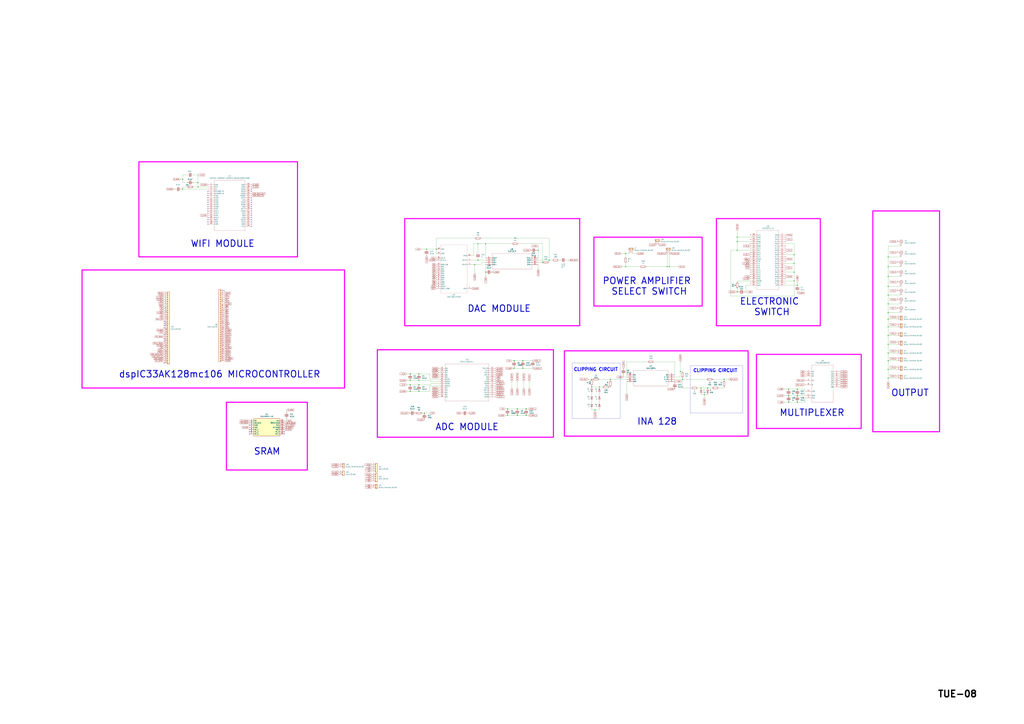
<source format=kicad_sch>
(kicad_sch (version 20231120) (generator "eeschema") (generator_version "8.0")
  (paper "A0")
  (junction (at 1031.24 363.22))
  (junction (at 855.98 290.83))
  (junction (at 774.7 309.88))
  (junction (at 708.66 440.69))
  (junction (at 726.44 294.64))
  (junction (at 855.98 280.67))
  (junction (at 551.18 307.34))
  (junction (at 1031.24 410.21))
  (junction (at 840.74 440.69))
  (junction (at 1031.24 332.74))
  (junction (at 1031.24 379.73))
  (junction (at 476.25 441.96))
  (junction (at 596.9 419.1))
  (junction (at 563.88 283.21))
  (junction (at 610.87 482.6))
  (junction (at 229.87 212.09))
  (junction (at 922.02 316.23))
  (junction (at 922.02 306.07))
  (junction (at 726.44 309.88))
  (junction (at 690.88 476.25))
  (junction (at 925.83 459.74))
  (junction (at 925.83 452.12))
  (junction (at 915.67 467.36))
  (junction (at 212.09 219.71))
  (junction (at 476.25 454.66))
  (junction (at 629.92 304.8))
  (junction (at 1031.24 370.84))
  (junction (at 624.84 290.83))
  (junction (at 687.07 449.58))
  (junction (at 925.83 331.47))
  (junction (at 486.41 441.96))
  (junction (at 212.09 208.28))
  (junction (at 1031.24 419.1))
  (junction (at 922.02 295.91))
  (junction (at 554.99 302.26))
  (junction (at 610.87 474.98))
  (junction (at 915.67 459.74))
  (junction (at 495.3 289.56))
  (junction (at 554.99 283.21))
  (junction (at 637.54 302.26))
  (junction (at 1031.24 321.31))
  (junction (at 476.25 447.04))
  (junction (at 563.88 316.23))
  (junction (at 1031.24 309.88))
  (junction (at 922.02 326.39))
  (junction (at 607.06 427.99))
  (junction (at 1031.24 439.42))
  (junction (at 687.07 440.69))
  (junction (at 855.98 275.59))
  (junction (at 476.25 434.34))
  (junction (at 1031.24 298.45))
  (junction (at 915.67 452.12))
  (junction (at 1031.24 353.06))
  (junction (at 600.71 482.6))
  (junction (at 1031.24 400.05))
  (junction (at 814.07 450.85))
  (junction (at 855.98 339.09))
  (junction (at 1031.24 342.9))
  (junction (at 486.41 454.66))
  (junction (at 589.28 474.98))
  (junction (at 792.48 440.69))
  (junction (at 695.96 449.58))
  (junction (at 607.06 419.1))
  (junction (at 925.83 467.36))
  (junction (at 486.41 447.04))
  (junction (at 492.76 480.06))
  (junction (at 229.87 217.17))
  (junction (at 777.24 309.88))
  (junction (at 600.71 474.98))
  (junction (at 1031.24 429.26))
  (junction (at 821.69 450.85))
  (junction (at 817.88 458.47))
  (junction (at 789.94 431.8))
  (junction (at 486.41 434.34))
  (junction (at 596.9 427.99))
  (junction (at 589.28 482.6))
  (junction (at 506.73 289.56))
  (junction (at 1031.24 389.89))
  (no_connect (at 292.1 255.27))
  (no_connect (at 190.5 421.64))
  (no_connect (at 330.2 501.65))
  (no_connect (at 241.3 252.73))
  (no_connect (at 190.5 378.46))
  (no_connect (at 241.3 222.25))
  (no_connect (at 241.3 227.33))
  (no_connect (at 190.5 393.7))
  (no_connect (at 241.3 245.11))
  (no_connect (at 292.1 219.71))
  (no_connect (at 260.35 337.82))
  (no_connect (at 292.1 234.95))
  (no_connect (at 190.5 381))
  (no_connect (at 292.1 252.73))
  (no_connect (at 292.1 237.49))
  (no_connect (at 241.3 234.95))
  (no_connect (at 292.1 240.03))
  (no_connect (at 241.3 240.03))
  (no_connect (at 292.1 260.35))
  (no_connect (at 292.1 242.57))
  (no_connect (at 292.1 262.89))
  (no_connect (at 241.3 232.41))
  (no_connect (at 289.56 501.65))
  (no_connect (at 292.1 222.25))
  (no_connect (at 289.56 504.19))
  (no_connect (at 241.3 237.49))
  (no_connect (at 292.1 229.87))
  (no_connect (at 292.1 232.41))
  (no_connect (at 241.3 257.81))
  (no_connect (at 241.3 242.57))
  (no_connect (at 241.3 224.79))
  (no_connect (at 241.3 247.65))
  (no_connect (at 241.3 260.35))
  (no_connect (at 241.3 229.87))
  (no_connect (at 289.56 499.11))
  (no_connect (at 190.5 388.62))
  (no_connect (at 292.1 257.81))
  (no_connect (at 190.5 373.38))
  (no_connect (at 330.2 504.19))
  (no_connect (at 292.1 245.11))
  (no_connect (at 289.56 494.03))
  (no_connect (at 292.1 247.65))
  (no_connect (at 241.3 255.27))
  (no_connect (at 292.1 250.19))
  (no_connect (at 190.5 396.24))
  (no_connect (at 190.5 375.92))
  (wire (pts (xy 925.83 459.74) (xy 934.72 459.74)))
  (wire (pts (xy 1046.48 285.75) (xy 1031.24 285.75)))
  (wire (pts (xy 789.94 431.8) (xy 792.48 431.8)))
  (wire (pts (xy 332.74 486.41) (xy 332.74 488.95)))
  (wire (pts (xy 699.77 449.58) (xy 695.96 449.58)))
  (wire (pts (xy 727.71 420.37) (xy 727.71 435.61)))
  (wire (pts (xy 783.59 420.37) (xy 759.46 420.37)))
  (wire (pts (xy 777.24 294.64) (xy 777.24 309.88)))
  (wire (pts (xy 911.86 295.91) (xy 922.02 295.91)))
  (wire (pts (xy 792.48 439.42) (xy 792.48 440.69)))
  (wire (pts (xy 490.22 480.06) (xy 492.76 480.06)))
  (wire (pts (xy 607.06 427.99) (xy 618.49 427.99)))
  (wire (pts (xy 1031.24 410.21) (xy 1041.4 410.21)))
  (wire (pts (xy 624.84 307.34) (xy 624.84 312.42)))
  (wire (pts (xy 828.04 440.69) (xy 840.74 440.69)))
  (wire (pts (xy 864.87 339.09) (xy 866.14 339.09)))
  (wire (pts (xy 472.44 434.34) (xy 476.25 434.34)))
  (wire (pts (xy 695.96 476.25) (xy 690.88 476.25)))
  (wire (pts (xy 721.36 294.64) (xy 726.44 294.64)))
  (wire (pts (xy 1031.24 389.89) (xy 1031.24 400.05)))
  (wire (pts (xy 607.06 419.1) (xy 618.49 419.1)))
  (wire (pts (xy 840.74 450.85) (xy 834.39 450.85)))
  (wire (pts (xy 1031.24 419.1) (xy 1041.4 419.1)))
  (wire (pts (xy 600.71 482.6) (xy 610.87 482.6)))
  (wire (pts (xy 792.48 450.85) (xy 802.64 450.85)))
  (wire (pts (xy 486.41 434.34) (xy 499.11 434.34)))
  (wire (pts (xy 648.97 302.26) (xy 650.24 302.26)))
  (wire (pts (xy 1031.24 285.75) (xy 1031.24 298.45)))
  (wire (pts (xy 1031.24 353.06) (xy 1046.48 353.06)))
  (wire (pts (xy 1031.24 379.73) (xy 1041.4 379.73)))
  (wire (pts (xy 910.59 467.36) (xy 915.67 467.36)))
  (wire (pts (xy 607.06 426.72) (xy 607.06 427.99)))
  (wire (pts (xy 683.26 440.69) (xy 687.07 440.69)))
  (wire (pts (xy 212.09 212.09) (xy 217.17 212.09)))
  (wire (pts (xy 911.86 283.21) (xy 922.02 283.21)))
  (wire (pts (xy 855.98 280.67) (xy 871.22 280.67)))
  (wire (pts (xy 1031.24 429.26) (xy 1031.24 439.42)))
  (wire (pts (xy 922.02 326.39) (xy 922.02 344.17)))
  (wire (pts (xy 1031.24 379.73) (xy 1031.24 389.89)))
  (wire (pts (xy 212.09 208.28) (xy 212.09 212.09)))
  (wire (pts (xy 224.79 212.09) (xy 229.87 212.09)))
  (wire (pts (xy 499.11 448.31) (xy 509.27 448.31)))
  (wire (pts (xy 925.83 452.12) (xy 934.72 452.12)))
  (wire (pts (xy 586.74 482.6) (xy 589.28 482.6)))
  (wire (pts (xy 855.98 327.66) (xy 855.98 326.39)))
  (wire (pts (xy 934.72 467.36) (xy 934.72 462.28)))
  (wire (pts (xy 915.67 459.74) (xy 925.83 459.74)))
  (wire (pts (xy 500.38 447.04) (xy 500.38 445.77)))
  (wire (pts (xy 217.17 217.17) (xy 212.09 217.17)))
  (wire (pts (xy 332.74 488.95) (xy 330.2 488.95)))
  (wire (pts (xy 600.71 443.23) (xy 600.71 450.85)))
  (wire (pts (xy 687.07 474.98) (xy 687.07 476.25)))
  (wire (pts (xy 476.25 447.04) (xy 486.41 447.04)))
  (wire (pts (xy 1031.24 363.22) (xy 1046.48 363.22)))
  (wire (pts (xy 596.9 427.99) (xy 607.06 427.99)))
  (wire (pts (xy 751.84 420.37) (xy 727.71 420.37)))
  (wire (pts (xy 472.44 441.96) (xy 476.25 441.96)))
  (wire (pts (xy 871.22 275.59) (xy 855.98 275.59)))
  (wire (pts (xy 911.86 306.07) (xy 922.02 306.07)))
  (wire (pts (xy 855.98 335.28) (xy 855.98 339.09)))
  (wire (pts (xy 925.83 339.09) (xy 925.83 340.36)))
  (wire (pts (xy 596.9 419.1) (xy 607.06 419.1)))
  (wire (pts (xy 840.74 440.69) (xy 845.82 440.69)))
  (wire (pts (xy 840.74 450.85) (xy 840.74 449.58)))
  (wire (pts (xy 695.96 449.58) (xy 687.07 449.58)))
  (wire (pts (xy 687.07 440.69) (xy 688.34 440.69)))
  (wire (pts (xy 486.41 441.96) (xy 500.38 441.96)))
  (wire (pts (xy 212.09 219.71) (xy 241.3 219.71)))
  (wire (pts (xy 637.54 276.86) (xy 637.54 302.26)))
  (wire (pts (xy 783.59 443.23) (xy 783.59 444.5)))
  (wire (pts (xy 554.99 302.26) (xy 554.99 300.99)))
  (wire (pts (xy 637.54 302.26) (xy 637.54 304.8)))
  (wire (pts (xy 476.25 434.34) (xy 486.41 434.34)))
  (wire (pts (xy 229.87 203.2) (xy 229.87 212.09)))
  (wire (pts (xy 708.66 440.69) (xy 727.71 440.69)))
  (wire (pts (xy 792.48 440.69) (xy 820.42 440.69)))
  (wire (pts (xy 594.36 443.23) (xy 594.36 450.85)))
  (wire (pts (xy 229.87 212.09) (xy 229.87 217.17)))
  (wire (pts (xy 624.84 285.75) (xy 624.84 290.83)))
  (wire (pts (xy 1031.24 429.26) (xy 1041.4 429.26)))
  (wire (pts (xy 690.88 477.52) (xy 690.88 476.25)))
  (wire (pts (xy 629.92 283.21) (xy 629.92 304.8)))
  (wire (pts (xy 726.44 294.64) (xy 731.52 294.64)))
  (wire (pts (xy 687.07 466.09) (xy 687.07 467.36)))
  (wire (pts (xy 224.79 217.17) (xy 229.87 217.17)))
  (wire (pts (xy 789.94 420.37) (xy 789.94 431.8)))
  (wire (pts (xy 506.73 289.56) (xy 506.73 294.64)))
  (wire (pts (xy 500.38 445.77) (xy 509.27 445.77)))
  (wire (pts (xy 589.28 474.98) (xy 600.71 474.98)))
  (wire (pts (xy 1031.24 321.31) (xy 1031.24 332.74)))
  (wire (pts (xy 866.14 339.09) (xy 866.14 331.47)))
  (wire (pts (xy 486.41 441.96) (xy 476.25 441.96)))
  (wire (pts (xy 727.71 443.23) (xy 727.71 457.2)))
  (wire (pts (xy 1031.24 332.74) (xy 1046.48 332.74)))
  (wire (pts (xy 549.91 297.18) (xy 549.91 283.21)))
  (wire (pts (xy 821.69 450.85) (xy 814.07 450.85)))
  (wire (pts (xy 551.18 307.34) (xy 558.8 307.34)))
  (wire (pts (xy 657.86 302.26) (xy 660.4 302.26)))
  (wire (pts (xy 1046.48 342.9) (xy 1031.24 342.9)))
  (wire (pts (xy 789.94 431.8) (xy 789.94 438.15)))
  (wire (pts (xy 476.25 454.66) (xy 486.41 454.66)))
  (wire (pts (xy 563.88 283.21) (xy 594.36 283.21)))
  (wire (pts (xy 915.67 467.36) (xy 925.83 467.36)))
  (wire (pts (xy 708.66 441.96) (xy 708.66 440.69)))
  (wire (pts (xy 723.9 438.15) (xy 727.71 438.15)))
  (wire (pts (xy 911.86 326.39) (xy 922.02 326.39)))
  (wire (pts (xy 840.74 441.96) (xy 840.74 440.69)))
  (wire (pts (xy 554.99 302.26) (xy 563.88 302.26)))
  (wire (pts (xy 596.9 426.72) (xy 596.9 427.99)))
  (wire (pts (xy 629.92 304.8) (xy 624.84 304.8)))
  (wire (pts (xy 1031.24 298.45) (xy 1031.24 309.88)))
  (wire (pts (xy 499.11 448.31) (xy 499.11 454.66)))
  (wire (pts (xy 500.38 441.96) (xy 500.38 443.23)))
  (wire (pts (xy 623.57 290.83) (xy 624.84 290.83)))
  (wire (pts (xy 1031.24 439.42) (xy 1041.4 439.42)))
  (wire (pts (xy 492.76 480.06) (xy 499.11 480.06)))
  (wire (pts (xy 708.66 440.69) (xy 695.96 440.69)))
  (wire (pts (xy 551.18 307.34) (xy 551.18 317.5)))
  (wire (pts (xy 855.98 326.39) (xy 871.22 326.39)))
  (wire (pts (xy 624.84 302.26) (xy 637.54 302.26)))
  (wire (pts (xy 855.98 275.59) (xy 855.98 280.67)))
  (wire (pts (xy 594.36 419.1) (xy 596.9 419.1)))
  (wire (pts (xy 910.59 459.74) (xy 915.67 459.74)))
  (wire (pts (xy 618.49 427.99) (xy 618.49 426.72)))
  (wire (pts (xy 1031.24 389.89) (xy 1041.4 389.89)))
  (wire (pts (xy 783.59 435.61) (xy 783.59 420.37)))
  (wire (pts (xy 854.71 339.09) (xy 855.98 339.09)))
  (wire (pts (xy 726.44 294.64) (xy 726.44 298.45)))
  (wire (pts (xy 217.17 203.2) (xy 212.09 203.2)))
  (wire (pts (xy 500.38 443.23) (xy 509.27 443.23)))
  (wire (pts (xy 1031.24 353.06) (xy 1031.24 363.22)))
  (wire (pts (xy 855.98 290.83) (xy 871.22 290.83)))
  (wire (pts (xy 814.07 458.47) (xy 817.88 458.47)))
  (wire (pts (xy 922.02 316.23) (xy 922.02 326.39)))
  (wire (pts (xy 589.28 482.6) (xy 600.71 482.6)))
  (wire (pts (xy 1031.24 332.74) (xy 1031.24 342.9)))
  (wire (pts (xy 1041.4 370.84) (xy 1031.24 370.84)))
  (wire (pts (xy 792.48 450.85) (xy 792.48 440.69)))
  (wire (pts (xy 690.88 476.25) (xy 687.07 476.25)))
  (wire (pts (xy 595.63 427.99) (xy 596.9 427.99)))
  (wire (pts (xy 911.86 331.47) (xy 925.83 331.47)))
  (wire (pts (xy 934.72 452.12) (xy 934.72 454.66)))
  (wire (pts (xy 229.87 217.17) (xy 241.3 217.17)))
  (wire (pts (xy 695.96 474.98) (xy 695.96 476.25)))
  (wire (pts (xy 472.44 447.04) (xy 476.25 447.04)))
  (wire (pts (xy 687.07 448.31) (xy 687.07 449.58)))
  (wire (pts (xy 499.11 434.34) (xy 499.11 440.69)))
  (wire (pts (xy 614.68 443.23) (xy 614.68 450.85)))
  (wire (pts (xy 734.06 294.64) (xy 739.14 294.64)))
  (wire (pts (xy 925.83 467.36) (xy 934.72 467.36)))
  (wire (pts (xy 821.69 450.85) (xy 826.77 450.85)))
  (wire (pts (xy 1031.24 400.05) (xy 1041.4 400.05)))
  (wire (pts (xy 774.7 309.88) (xy 777.24 309.88)))
  (wire (pts (xy 610.87 482.6) (xy 613.41 482.6)))
  (wire (pts (xy 558.8 307.34) (xy 558.8 304.8)))
  (wire (pts (xy 722.63 309.88) (xy 726.44 309.88)))
  (wire (pts (xy 1031.24 363.22) (xy 1031.24 370.84)))
  (wire (pts (xy 1031.24 370.84) (xy 1031.24 379.73)))
  (wire (pts (xy 774.7 309.88) (xy 774.7 294.64)))
  (wire (pts (xy 848.36 290.83) (xy 855.98 290.83)))
  (wire (pts (xy 911.86 316.23) (xy 922.02 316.23)))
  (wire (pts (xy 855.98 339.09) (xy 857.25 339.09)))
  (wire (pts (xy 601.98 283.21) (xy 629.92 283.21)))
  (wire (pts (xy 855.98 280.67) (xy 855.98 290.83)))
  (wire (pts (xy 563.88 316.23) (xy 563.88 321.31)))
  (wire (pts (xy 922.02 306.07) (xy 922.02 316.23)))
  (wire (pts (xy 506.73 276.86) (xy 551.18 276.86)))
  (wire (pts (xy 848.36 344.17) (xy 922.02 344.17)))
  (wire (pts (xy 777.24 309.88) (xy 787.4 309.88)))
  (wire (pts (xy 613.41 474.98) (xy 610.87 474.98)))
  (wire (pts (xy 687.07 457.2) (xy 687.07 458.47)))
  (wire (pts (xy 726.44 309.88) (xy 726.44 306.07)))
  (wire (pts (xy 1031.24 400.05) (xy 1031.24 410.21)))
  (wire (pts (xy 1031.24 309.88) (xy 1046.48 309.88)))
  (wire (pts (xy 212.09 217.17) (xy 212.09 219.71)))
  (wire (pts (xy 922.02 283.21) (xy 922.02 295.91)))
  (wire (pts (xy 547.37 297.18) (xy 549.91 297.18)))
  (wire (pts (xy 547.37 302.26) (xy 554.99 302.26)))
  (wire (pts (xy 486.41 447.04) (xy 500.38 447.04)))
  (wire (pts (xy 708.66 449.58) (xy 707.39 449.58)))
  (wire (pts (xy 922.02 295.91) (xy 922.02 306.07)))
  (wire (pts (xy 332.74 476.25) (xy 332.74 478.79)))
  (wire (pts (xy 750.57 309.88) (xy 774.7 309.88)))
  (wire (pts (xy 855.98 267.97) (xy 855.98 275.59)))
  (wire (pts (xy 600.71 474.98) (xy 610.87 474.98)))
  (wire (pts (xy 726.44 309.88) (xy 742.95 309.88)))
  (wire (pts (xy 792.48 440.69) (xy 783.59 440.69)))
  (wire (pts (xy 488.95 289.56) (xy 495.3 289.56)))
  (wire (pts (xy 554.99 283.21) (xy 549.91 283.21)))
  (wire (pts (xy 1031.24 298.45) (xy 1046.48 298.45)))
  (wire (pts (xy 866.14 331.47) (xy 871.22 331.47)))
  (wire (pts (xy 586.74 474.98) (xy 589.28 474.98)))
  (wire (pts (xy 563.88 307.34) (xy 563.88 316.23)))
  (wire (pts (xy 495.3 289.56) (xy 506.73 289.56)))
  (wire (pts (xy 925.83 327.66) (xy 925.83 331.47)))
  (wire (pts (xy 558.8 304.8) (xy 563.88 304.8)))
  (wire (pts (xy 608.33 443.23) (xy 608.33 450.85)))
  (wire (pts (xy 637.54 302.26) (xy 641.35 302.26)))
  (wire (pts (xy 789.94 438.15) (xy 783.59 438.15)))
  (wire (pts (xy 499.11 440.69) (xy 509.27 440.69)))
  (wire (pts (xy 558.8 276.86) (xy 637.54 276.86)))
  (wire (pts (xy 563.88 283.21) (xy 563.88 299.72)))
  (wire (pts (xy 1031.24 342.9) (xy 1031.24 353.06)))
  (wire (pts (xy 695.96 457.2) (xy 695.96 458.47)))
  (wire (pts (xy 915.67 452.12) (xy 925.83 452.12)))
  (wire (pts (xy 695.96 466.09) (xy 695.96 467.36)))
  (wire (pts (xy 848.36 290.83) (xy 848.36 344.17)))
  (wire (pts (xy 624.84 290.83) (xy 624.84 299.72)))
  (wire (pts (xy 224.79 203.2) (xy 229.87 203.2)))
  (wire (pts (xy 506.73 289.56) (xy 506.73 276.86)))
  (wire (pts (xy 817.88 462.28) (xy 817.88 458.47)))
  (wire (pts (xy 1031.24 419.1) (xy 1031.24 429.26)))
  (wire (pts (xy 910.59 452.12) (xy 915.67 452.12)))
  (wire (pts (xy 723.9 435.61) (xy 723.9 438.15)))
  (wire (pts (xy 554.99 283.21) (xy 554.99 293.37)))
  (wire (pts (xy 201.93 219.71) (xy 203.2 219.71)))
  (wire (pts (xy 810.26 450.85) (xy 814.07 450.85)))
  (wire (pts (xy 1031.24 321.31) (xy 1046.48 321.31)))
  (wire (pts (xy 817.88 458.47) (xy 821.69 458.47)))
  (wire (pts (xy 212.09 203.2) (xy 212.09 208.28)))
  (wire (pts (xy 472.44 454.66) (xy 476.25 454.66)))
  (wire (pts (xy 209.55 208.28) (xy 212.09 208.28)))
  (wire (pts (xy 1031.24 410.21) (xy 1031.24 419.1)))
  (wire (pts (xy 499.11 454.66) (xy 486.41 454.66)))
  (wire (pts (xy 1031.24 439.42) (xy 1031.24 443.23)))
  (wire (pts (xy 210.82 219.71) (xy 212.09 219.71)))
  (wire (pts (xy 554.99 283.21) (xy 563.88 283.21)))
  (wire (pts (xy 547.37 307.34) (xy 551.18 307.34)))
  (wire (pts (xy 1031.24 309.88) (xy 1031.24 321.31)))
  (rectangle (start 95.25 313.69) (end 400.05 450.85) (stroke (width 1.27) (color 255 0 255 1)))
  (rectangle (start 878.332 411.734) (end 999.998 497.84) (stroke (width 1.27) (color 255 0 255 1)))
  (rectangle (start 801.37 424.942) (end 862.33 480.06))
  (rectangle (start 316.23 290.83) (end 316.23 290.83))
  (rectangle (start 655.32 407.67) (end 868.68 506.73) (stroke (width 1.27) (color 255 0 255 1)))
  (rectangle (start 469.9 254) (end 673.1 378.46) (stroke (width 1.27) (color 255 0 255 1)))
  (rectangle (start 831.85 254) (end 952.5 378.46) (stroke (width 1.27) (color 255 0 255 1)))
  (rectangle (start 664.21 421.64) (end 720.09 486.41))
  (rectangle (start 1013.46 245.11) (end 1090.93 501.65) (stroke (width 1.27) (color 255 0 255 1)))
  (rectangle (start 438.15 406.4) (end 642.62 508) (stroke (width 1.27) (color 255 0 255 1)))
  (rectangle (start 262.89 467.36) (end 356.87 546.1) (stroke (width 1.27) (color 255 0 255 1)))
  (rectangle (start 161.29 187.96) (end 345.44 298.45) (stroke (width 1.27) (color 255 0 255 1)))
  (rectangle (start 689.61 275.59) (end 815.34 355.6) (stroke (width 1.27) (color 255 0 255 1)))
  (text "OUTPUT\n" (at 1056.64 456.438 0) (effects (font (size 7.62 7.62) (thickness 0.9525))))
  (text "ADC MODULE\n" (at 542.29 496.062 0) (effects (font (size 7.62 7.62) (thickness 0.9525))))
  (text "ELECTRONIC \nSWITCH\n" (at 896.366 356.362 0) (effects (font (size 7.62 7.62) (thickness 0.9525))))
  (text "CLIPPING CIRCUIT\n" (at 691.896 429.26 0) (effects (font (size 3.81 3.81) (thickness 0.762) (bold yes))))
  (text "CLIPPING CIRCUIT" (at 830.58 430.53 0) (effects (font (size 3.81 3.81) (thickness 0.762) (bold yes))))
  (text "DAC MODULE\n" (at 579.628 358.648 0) (effects (font (size 7.62 7.62) (thickness 0.9525))))
  (text "dspIC33AK128mc106 MICROCONTROLLER" (at 255.016 434.848 0) (effects (font (size 7.62 7.62) (thickness 0.9525))))
  (text "MULTIPLEXER\n" (at 942.848 479.552 0) (effects (font (size 7.62 7.62) (thickness 0.9525))))
  (text "INA 128\n" (at 763.016 489.712 0) (effects (font (size 7.62 7.62) (thickness 0.9525))))
  (text "WIFI MODULE\n\n" (at 258.572 289.306 0) (effects (font (size 7.62 7.62) (thickness 0.9525))))
  (text "POWER AMPLIFIER \nSELECT SWITCH" (at 753.872 332.486 0) (effects (font (size 7.62 7.62) (thickness 0.9525))))
  (text "SRAM\n" (at 310.134 524.51 0) (effects (font (size 7.62 7.62) (thickness 0.9525))))
  (text "TUE-08\n" (at 1111.758 806.45 0) (effects (font (size 7.62 7.62) (thickness 1.524) (bold yes))))
  (global_label "CS_SRAM" (shape input) (at 289.56 488.95 180) (property "Intersheetrefs" "${INTERSHEET_REFS}" (effects (hide yes))))
  (global_label "SI_SRAM" (shape input) (at 330.2 496.57 0) (property "Intersheetrefs" "${INTERSHEET_REFS}" (effects (hide yes))))
  (global_label "A_GND" (shape input) (at 190.5 363.22 180) (property "Intersheetrefs" "${INTERSHEET_REFS}" (effects (hide yes))))
  (global_label "SCK_SRAM" (shape input) (at 330.2 494.03 0) (property "Intersheetrefs" "${INTERSHEET_REFS}" (effects (hide yes))))
  (global_label "T{slash}R_6" (shape input) (at 871.22 285.75 180) (property "Intersheetrefs" "${INTERSHEET_REFS}" (effects (hide yes))))
  (global_label "ES_IN" (shape input) (at 855.98 267.97 90) (property "Intersheetrefs" "${INTERSHEET_REFS}" (effects (hide yes))))
  (global_label "SCK_SRAM" (shape input) (at 190.5 416.56 180) (property "Intersheetrefs" "${INTERSHEET_REFS}" (effects (hide yes))))
  (global_label "A_GND" (shape input) (at 764.54 284.48 0) (property "Intersheetrefs" "${INTERSHEET_REFS}" (effects (hide yes))))
  (global_label "A_GND" (shape input) (at 615.95 290.83 180) (property "Intersheetrefs" "${INTERSHEET_REFS}" (effects (hide yes))))
  (global_label "D_GND" (shape input) (at 472.44 441.96 180) (property "Intersheetrefs" "${INTERSHEET_REFS}" (effects (hide yes))))
  (global_label "5V" (shape input) (at 190.5 403.86 180) (property "Intersheetrefs" "${INTERSHEET_REFS}" (effects (hide yes))))
  (global_label "+3.3V" (shape input) (at 472.44 434.34 180) (property "Intersheetrefs" "${INTERSHEET_REFS}" (effects (hide yes))))
  (global_label "D_GND" (shape input) (at 260.35 383.54 0) (property "Intersheetrefs" "${INTERSHEET_REFS}" (effects (hide yes))))
  (global_label "T{slash}R_1" (shape input) (at 1041.4 377.19 180) (property "Intersheetrefs" "${INTERSHEET_REFS}" (effects (hide yes))))
  (global_label "ESP_DATA_IN" (shape input) (at 292.1 227.33 0) (property "Intersheetrefs" "${INTERSHEET_REFS}" (effects (hide yes))))
  (global_label "INN" (shape input) (at 575.31 438.15 0) (property "Intersheetrefs" "${INTERSHEET_REFS}" (effects (hide yes))))
  (global_label "T{slash}R_3" (shape input) (at 1041.4 316.23 180) (property "Intersheetrefs" "${INTERSHEET_REFS}" (effects (hide yes))))
  (global_label "A_GND" (shape input) (at 925.83 340.36 0) (property "Intersheetrefs" "${INTERSHEET_REFS}" (effects (hide yes))))
  (global_label "D7" (shape input) (at 260.35 358.14 0) (property "Intersheetrefs" "${INTERSHEET_REFS}" (effects (hide yes))))
  (global_label "D4" (shape input) (at 506.73 317.5 180) (property "Intersheetrefs" "${INTERSHEET_REFS}" (effects (hide yes))))
  (global_label "SI_SRAM" (shape input) (at 260.35 416.56 0) (property "Intersheetrefs" "${INTERSHEET_REFS}" (effects (hide yes))))
  (global_label "A_GND" (shape input) (at 595.63 427.99 180) (property "Intersheetrefs" "${INTERSHEET_REFS}" (effects (hide yes))))
  (global_label "RXD7" (shape input) (at 260.35 411.48 0) (property "Intersheetrefs" "${INTERSHEET_REFS}" (effects (hide yes))))
  (global_label "D_GND" (shape input) (at 260.35 403.86 0) (property "Intersheetrefs" "${INTERSHEET_REFS}" (effects (hide yes))))
  (global_label "A_GND" (shape input) (at 739.14 294.64 0) (property "Intersheetrefs" "${INTERSHEET_REFS}" (effects (hide yes))))
  (global_label "+5V" (shape input) (at 871.22 321.31 180) (property "Intersheetrefs" "${INTERSHEET_REFS}" (effects (hide yes))))
  (global_label "D0" (shape input) (at 506.73 307.34 180) (property "Intersheetrefs" "${INTERSHEET_REFS}" (effects (hide yes))))
  (global_label "D5" (shape input) (at 260.35 363.22 0) (property "Intersheetrefs" "${INTERSHEET_REFS}" (effects (hide yes))))
  (global_label "D_GND" (shape input) (at 393.7 551.18 180) (property "Intersheetrefs" "${INTERSHEET_REFS}" (effects (hide yes))))
  (global_label "RXD2" (shape input) (at 509.27 455.93 180) (property "Intersheetrefs" "${INTERSHEET_REFS}" (effects (hide yes))))
  (global_label "D_GND" (shape input) (at 472.44 454.66 180) (property "Intersheetrefs" "${INTERSHEET_REFS}" (effects (hide yes))))
  (global_label "RXD5" (shape input) (at 509.27 438.15 180) (property "Intersheetrefs" "${INTERSHEET_REFS}" (effects (hide yes))))
  (global_label "T{slash}R_6" (shape input) (at 975.36 447.04 0) (property "Intersheetrefs" "${INTERSHEET_REFS}" (effects (hide yes))))
  (global_label "T{slash}R_4" (shape input) (at 911.86 278.13 0) (property "Intersheetrefs" "${INTERSHEET_REFS}" (effects (hide yes))))
  (global_label "PA_OUT_B" (shape input) (at 777.24 294.64 0) (property "Intersheetrefs" "${INTERSHEET_REFS}" (effects (hide yes))))
  (global_label "RXD3" (shape input) (at 509.27 453.39 180) (property "Intersheetrefs" "${INTERSHEET_REFS}" (effects (hide yes))))
  (global_label "-48V" (shape input) (at 910.59 467.36 180) (property "Intersheetrefs" "${INTERSHEET_REFS}" (effects (hide yes))))
  (global_label "A_GND" (shape input) (at 575.31 435.61 0) (property "Intersheetrefs" "${INTERSHEET_REFS}" (effects (hide yes))))
  (global_label "D11" (shape input) (at 260.35 345.44 0) (property "Intersheetrefs" "${INTERSHEET_REFS}" (effects (hide yes))))
  (global_label "+3.3V" (shape input) (at 431.8 551.18 180) (property "Intersheetrefs" "${INTERSHEET_REFS}" (effects (hide yes))))
  (global_label "RXD9" (shape input) (at 509.27 427.99 180) (property "Intersheetrefs" "${INTERSHEET_REFS}" (effects (hide yes))))
  (global_label "T{slash}R_7" (shape input) (at 1041.4 358.14 180) (property "Intersheetrefs" "${INTERSHEET_REFS}" (effects (hide yes))))
  (global_label "HOLD_SRAM" (shape input) (at 190.5 398.78 180) (property "Intersheetrefs" "${INTERSHEET_REFS}" (effects (hide yes))))
  (global_label "T{slash}R_3" (shape input) (at 975.36 439.42 0) (property "Intersheetrefs" "${INTERSHEET_REFS}" (effects (hide yes))))
  (global_label "R_CML" (shape input) (at 575.31 448.31 0) (property "Intersheetrefs" "${INTERSHEET_REFS}" (effects (hide yes))))
  (global_label "D6" (shape input) (at 260.35 360.68 0) (property "Intersheetrefs" "${INTERSHEET_REFS}" (effects (hide yes))))
  (global_label "A_GND" (shape input) (at 614.68 450.85 270) (property "Intersheetrefs" "${INTERSHEET_REFS}" (effects (hide yes))))
  (global_label "T{slash}R_7" (shape input) (at 1041.4 436.88 180) (property "Intersheetrefs" "${INTERSHEET_REFS}" (effects (hide yes))))
  (global_label "A_GND" (shape input) (at 575.31 433.07 0) (property "Intersheetrefs" "${INTERSHEET_REFS}" (effects (hide yes))))
  (global_label "DOUT" (shape input) (at 190.5 340.36 180) (property "Intersheetrefs" "${INTERSHEET_REFS}" (effects (hide yes))))
  (global_label "D10" (shape input) (at 506.73 332.74 180) (property "Intersheetrefs" "${INTERSHEET_REFS}" (effects (hide yes))))
  (global_label "PGC1" (shape input) (at 190.5 408.94 180) (property "Intersheetrefs" "${INTERSHEET_REFS}" (effects (hide yes))))
  (global_label "T{slash}R_2" (shape input) (at 975.36 436.88 0) (property "Intersheetrefs" "${INTERSHEET_REFS}" (effects (hide yes))))
  (global_label "INA_OUT" (shape input) (at 474.98 480.06 180) (property "Intersheetrefs" "${INTERSHEET_REFS}" (effects (hide yes))))
  (global_label "D_GND" (shape input) (at 190.5 347.98 180) (property "Intersheetrefs" "${INTERSHEET_REFS}" (effects (hide yes))))
  (global_label "RXD6" (shape input) (at 509.27 435.61 180) (property "Intersheetrefs" "${INTERSHEET_REFS}" (effects (hide yes))))
  (global_label "+5V" (shape input) (at 431.8 542.29 180) (property "Intersheetrefs" "${INTERSHEET_REFS}" (effects (hide yes))))
  (global_label "A2" (shape input) (at 934.72 436.88 180) (property "Intersheetrefs" "${INTERSHEET_REFS}" (effects (hide yes))))
  (global_label "D3" (shape input) (at 260.35 365.76 0) (property "Intersheetrefs" "${INTERSHEET_REFS}" (effects (hide yes))))
  (global_label "HOLD_SRAM" (shape input) (at 330.2 491.49 0) (property "Intersheetrefs" "${INTERSHEET_REFS}" (effects (hide yes))))
  (global_label "+5V" (shape input) (at 488.95 289.56 180) (property "Intersheetrefs" "${INTERSHEET_REFS}" (effects (hide yes))))
  (global_label "T{slash}R_4" (shape input) (at 975.36 441.96 0) (property "Intersheetrefs" "${INTERSHEET_REFS}" (effects (hide yes))))
  (global_label "CS_SRAM" (shape input) (at 190.5 391.16 180) (property "Intersheetrefs" "${INTERSHEET_REFS}" (effects (hide yes))))
  (global_label "T{slash}R_0" (shape input) (at 1041.4 368.3 180) (property "Intersheetrefs" "${INTERSHEET_REFS}" (effects (hide yes))))
  (global_label "D11" (shape input) (at 506.73 335.28 180) (property "Intersheetrefs" "${INTERSHEET_REFS}" (effects (hide yes))))
  (global_label "D0" (shape input) (at 260.35 373.38 0) (property "Intersheetrefs" "${INTERSHEET_REFS}" (effects (hide yes))))
  (global_label "RXD3" (shape input) (at 260.35 393.7 0) (property "Intersheetrefs" "${INTERSHEET_REFS}" (effects (hide yes))))
  (global_label "RXD5" (shape input) (at 260.35 396.24 0) (property "Intersheetrefs" "${INTERSHEET_REFS}" (effects (hide yes))))
  (global_label "A_GND" (shape input) (at 690.88 477.52 270) (property "Intersheetrefs" "${INTERSHEET_REFS}" (effects (hide yes))))
  (global_label "A_GND_2" (shape input) (at 618.49 427.99 0) (property "Intersheetrefs" "${INTERSHEET_REFS}" (effects (hide yes))))
  (global_label "MCLR" (shape input) (at 260.35 340.36 0) (property "Intersheetrefs" "${INTERSHEET_REFS}" (effects (hide yes))))
  (global_label "D_GND" (shape input) (at 575.31 427.99 0) (property "Intersheetrefs" "${INTERSHEET_REFS}" (effects (hide yes))))
  (global_label "A_GND" (shape input) (at 600.71 450.85 270) (property "Intersheetrefs" "${INTERSHEET_REFS}" (effects (hide yes))))
  (global_label "CS_" (shape input) (at 260.35 342.9 0) (property "Intersheetrefs" "${INTERSHEET_REFS}" (effects (hide yes))))
  (global_label "A_GND" (shape input) (at 594.36 450.85 270) (property "Intersheetrefs" "${INTERSHEET_REFS}" (effects (hide yes))))
  (global_label "+3.3V" (shape input) (at 229.87 203.2 0) (property "Intersheetrefs" "${INTERSHEET_REFS}" (effects (hide yes))))
  (global_label "-10V" (shape input) (at 431.8 547.37 180) (property "Intersheetrefs" "${INTERSHEET_REFS}" (effects (hide yes))))
  (global_label "CLK" (shape input) (at 871.22 308.61 180) (property "Intersheetrefs" "${INTERSHEET_REFS}" (effects (hide yes))))
  (global_label "D_GND" (shape input) (at 201.93 219.71 180) (property "Intersheetrefs" "${INTERSHEET_REFS}" (effects (hide yes))))
  (global_label "+5V" (shape input) (at 594.36 419.1 180) (property "Intersheetrefs" "${INTERSHEET_REFS}" (effects (hide yes))))
  (global_label "T{slash}R_5" (shape input) (at 1041.4 337.82 180) (property "Intersheetrefs" "${INTERSHEET_REFS}" (effects (hide yes))))
  (global_label "PA_IN" (shape input) (at 721.36 294.64 180) (property "Intersheetrefs" "${INTERSHEET_REFS}" (effects (hide yes))))
  (global_label "D1" (shape input) (at 506.73 309.88 180) (property "Intersheetrefs" "${INTERSHEET_REFS}" (effects (hide yes))))
  (global_label "RXD9" (shape input) (at 260.35 386.08 0) (property "Intersheetrefs" "${INTERSHEET_REFS}" (effects (hide yes))))
  (global_label "T{slash}R_0" (shape input) (at 911.86 321.31 0) (property "Intersheetrefs" "${INTERSHEET_REFS}" (effects (hide yes))))
  (global_label "A_GND" (shape input) (at 817.88 462.28 270) (property "Intersheetrefs" "${INTERSHEET_REFS}" (effects (hide yes))))
  (global_label "RXD8" (shape input) (at 260.35 419.1 0) (property "Intersheetrefs" "${INTERSHEET_REFS}" (effects (hide yes))))
  (global_label "LE_BAR" (shape input) (at 871.22 306.07 180) (property "Intersheetrefs" "${INTERSHEET_REFS}" (effects (hide yes))))
  (global_label "A_GND" (shape input) (at 723.9 427.99 90) (property "Intersheetrefs" "${INTERSHEET_REFS}" (effects (hide yes))))
  (global_label "A_GND_1" (shape input) (at 575.31 461.01 0) (property "Intersheetrefs" "${INTERSHEET_REFS}" (effects (hide yes))))
  (global_label "ES_IN" (shape input) (at 787.4 309.88 0) (property "Intersheetrefs" "${INTERSHEET_REFS}" (effects (hide yes))))
  (global_label "RXD2" (shape input) (at 260.35 398.78 0) (property "Intersheetrefs" "${INTERSHEET_REFS}" (effects (hide yes))))
  (global_label "DAC_OUT" (shape input) (at 660.4 302.26 0) (property "Intersheetrefs" "${INTERSHEET_REFS}" (effects (hide yes))))
  (global_label "+10V" (shape input) (at 431.8 544.83 180) (property "Intersheetrefs" "${INTERSHEET_REFS}" (effects (hide yes))))
  (global_label "RXD7" (shape input) (at 509.27 433.07 180) (property "Intersheetrefs" "${INTERSHEET_REFS}" (effects (hide yes))))
  (global_label "-48V" (shape input) (at 431.8 566.42 180) (property "Intersheetrefs" "${INTERSHEET_REFS}" (effects (hide yes))))
  (global_label "+10V" (shape input) (at 723.9 438.15 180) (property "Intersheetrefs" "${INTERSHEET_REFS}" (effects (hide yes))))
  (global_label "RXD1" (shape input) (at 509.27 458.47 180) (property "Intersheetrefs" "${INTERSHEET_REFS}" (effects (hide yes))))
  (global_label "+3.3V" (shape input) (at 431.8 539.75 180) (property "Intersheetrefs" "${INTERSHEET_REFS}" (effects (hide yes))))
  (global_label "3V3" (shape input) (at 260.35 401.32 0) (property "Intersheetrefs" "${INTERSHEET_REFS}" (effects (hide yes))))
  (global_label "T{slash}R_7" (shape input) (at 975.36 449.58 0) (property "Intersheetrefs" "${INTERSHEET_REFS}" (effects (hide yes))))
  (global_label "AVDD_2" (shape input) (at 618.49 419.1 0) (property "Intersheetrefs" "${INTERSHEET_REFS}" (effects (hide yes))))
  (global_label "A_GND" (shape input) (at 910.59 459.74 180) (property "Intersheetrefs" "${INTERSHEET_REFS}" (effects (hide yes))))
  (global_label "AVDD_1" (shape input) (at 575.31 458.47 0) (property "Intersheetrefs" "${INTERSHEET_REFS}" (effects (hide yes))))
  (global_label "INN" (shape input) (at 535.94 480.06 180) (property "Intersheetrefs" "${INTERSHEET_REFS}" (effects (hide yes))))
  (global_label "T{slash}R_4" (shape input) (at 1041.4 327.66 180) (property "Intersheetrefs" "${INTERSHEET_REFS}" (effects (hide yes))))
  (global_label "R_REFIN" (shape input) (at 600.71 443.23 90) (property "Intersheetrefs" "${INTERSHEET_REFS}" (effects (hide yes))))
  (global_label "INA_OUT" (shape input) (at 683.26 440.69 180) (property "Intersheetrefs" "${INTERSHEET_REFS}" (effects (hide yes))))
  (global_label "D8" (shape input) (at 506.73 327.66 180) (property "Intersheetrefs" "${INTERSHEET_REFS}" (effects (hide yes))))
  (global_label "D7" (shape input) (at 506.73 325.12 180) (property "Intersheetrefs" "${INTERSHEET_REFS}" (effects (hide yes))))
  (global_label "3V3" (shape input) (at 190.5 386.08 180) (property "Intersheetrefs" "${INTERSHEET_REFS}" (effects (hide yes))))
  (global_label "T{slash}R_2" (shape input) (at 911.86 300.99 0) (property "Intersheetrefs" "${INTERSHEET_REFS}" (effects (hide yes))))
  (global_label "CLR" (shape input) (at 190.5 342.9 180) (property "Intersheetrefs" "${INTERSHEET_REFS}" (effects (hide yes))))
  (global_label "DIN" (shape input) (at 190.5 355.6 180) (property "Intersheetrefs" "${INTERSHEET_REFS}" (effects (hide yes))))
  (global_label "T{slash}R_1" (shape input) (at 1041.4 293.37 180) (property "Intersheetrefs" "${INTERSHEET_REFS}" (effects (hide yes))))
  (global_label "RXD4" (shape input) (at 509.27 450.85 180) (property "Intersheetrefs" "${INTERSHEET_REFS}" (effects (hide yes))))
  (global_label "D5" (shape input) (at 506.73 320.04 180) (property "Intersheetrefs" "${INTERSHEET_REFS}" (effects (hide yes))))
  (global_label "RXD0" (shape input) (at 509.27 461.01 180) (property "Intersheetrefs" "${INTERSHEET_REFS}" (effects (hide yes))))
  (global_label "-48V" (shape input) (at 866.14 339.09 0) (property "Intersheetrefs" "${INTERSHEET_REFS}" (effects (hide yes))))
  (global_label "DAC_OUT" (shape input) (at 722.63 309.88 180) (property "Intersheetrefs" "${INTERSHEET_REFS}" (effects (hide yes))))
  (global_label "T{slash}R_0" (shape input) (at 975.36 431.8 0) (property "Intersheetrefs" "${INTERSHEET_REFS}" (effects (hide yes))))
  (global_label "T{slash}R_5" (shape input) (at 911.86 273.05 0) (property "Intersheetrefs" "${INTERSHEET_REFS}" (effects (hide yes))))
  (global_label "AVDD_2" (shape input) (at 575.31 443.23 0) (property "Intersheetrefs" "${INTERSHEET_REFS}" (effects (hide yes))))
  (global_label "D1" (shape input) (at 260.35 370.84 0) (property "Intersheetrefs" "${INTERSHEET_REFS}" (effects (hide yes))))
  (global_label "A_GND_1" (shape input) (at 613.41 482.6 0) (property "Intersheetrefs" "${INTERSHEET_REFS}" (effects (hide yes))))
  (global_label "A1" (shape input) (at 190.5 360.68 180) (property "Intersheetrefs" "${INTERSHEET_REFS}" (effects (hide yes))))
  (global_label "D_GND" (shape input) (at 871.22 323.85 180) (property "Intersheetrefs" "${INTERSHEET_REFS}" (effects (hide yes))))
  (global_label "R_CLK" (shape input) (at 260.35 388.62 0) (property "Intersheetrefs" "${INTERSHEET_REFS}" (effects (hide yes))))
  (global_label "R_REFN" (shape input) (at 608.33 443.23 90) (property "Intersheetrefs" "${INTERSHEET_REFS}" (effects (hide yes))))
  (global_label "RXD0" (shape input) (at 260.35 408.94 0) (property "Intersheetrefs" "${INTERSHEET_REFS}" (effects (hide yes))))
  (global_label "CS_" (shape input) (at 506.73 299.72 180) (property "Intersheetrefs" "${INTERSHEET_REFS}" (effects (hide yes))))
  (global_label "RXD1" (shape input) (at 260.35 406.4 0) (property "Intersheetrefs" "${INTERSHEET_REFS}" (effects (hide yes))))
  (global_label "-10V" (shape input) (at 783.59 443.23 0) (property "Intersheetrefs" "${INTERSHEET_REFS}" (effects (hide yes))))
  (global_label "D9" (shape input) (at 260.35 378.46 0) (property "Intersheetrefs" "${INTERSHEET_REFS}" (effects (hide yes))))
  (global_label "A0" (shape input) (at 934.72 431.8 180) (property "Intersheetrefs" "${INTERSHEET_REFS}" (effects (hide yes))))
  (global_label "SO_SRAM" (shape input) (at 190.5 419.1 180) (property "Intersheetrefs" "${INTERSHEET_REFS}" (effects (hide yes))))
  (global_label "-10V" (shape input) (at 563.88 321.31 270) (property "Intersheetrefs" "${INTERSHEET_REFS}" (effects (hide yes))))
  (global_label "D10" (shape input) (at 260.35 375.92 0) (property "Intersheetrefs" "${INTERSHEET_REFS}" (effects (hide yes))))
  (global_label "INP" (shape input) (at 575.31 440.69 0) (property "Intersheetrefs" "${INTERSHEET_REFS}" (effects (hide yes))))
  (global_label "T{slash}R_5" (shape input) (at 1041.4 416.56 180) (property "Intersheetrefs" "${INTERSHEET_REFS}" (effects (hide yes))))
  (global_label "A_GND" (shape input) (at 551.18 317.5 270) (property "Intersheetrefs" "${INTERSHEET_REFS}" (effects (hide yes))))
  (global_label "R_REFIN" (shape input) (at 575.31 453.39 0) (property "Intersheetrefs" "${INTERSHEET_REFS}" (effects (hide yes))))
  (global_label "D_GND" (shape input) (at 547.37 335.28 0) (property "Intersheetrefs" "${INTERSHEET_REFS}" (effects (hide yes))))
  (global_label "A_GND" (shape input) (at 783.59 452.12 180) (property "Intersheetrefs" "${INTERSHEET_REFS}" (effects (hide yes))))
  (global_label "ESP_DATA_OUT" (shape input) (at 292.1 224.79 0) (property "Intersheetrefs" "${INTERSHEET_REFS}" (effects (hide yes))))
  (global_label "A_GND" (shape input) (at 586.74 482.6 180) (property "Intersheetrefs" "${INTERSHEET_REFS}" (effects (hide yes))))
  (global_label "D_GND" (shape input) (at 292.1 217.17 0) (property "Intersheetrefs" "${INTERSHEET_REFS}" (effects (hide yes))))
  (global_label "T{slash}R_0" (shape input) (at 1041.4 280.67 180) (property "Intersheetrefs" "${INTERSHEET_REFS}" (effects (hide yes))))
  (global_label "T{slash}R_4" (shape input) (at 1041.4 407.67 180) (property "Intersheetrefs" "${INTERSHEET_REFS}" (effects (hide yes))))
  (global_label "T{slash}R_5" (shape input) (at 975.36 444.5 0) (property "Intersheetrefs" "${INTERSHEET_REFS}" (effects (hide yes))))
  (global_label "+48V" (shape input) (at 431.8 563.88 180) (property "Intersheetrefs" "${INTERSHEET_REFS}" (effects (hide yes))))
  (global_label "PGD1" (shape input) (at 190.5 406.4 180) (property "Intersheetrefs" "${INTERSHEET_REFS}" (effects (hide yes))))
  (global_label "5V" (shape input) (at 190.5 365.76 180) (property "Intersheetrefs" "${INTERSHEET_REFS}" (effects (hide yes))))
  (global_label "D_GND" (shape input) (at 506.73 302.26 180) (property "Intersheetrefs" "${INTERSHEET_REFS}" (effects (hide yes))))
  (global_label "+5V" (shape input) (at 431.8 553.72 180) (property "Intersheetrefs" "${INTERSHEET_REFS}" (effects (hide yes))))
  (global_label "MUX_OUT" (shape input) (at 845.82 440.69 0) (property "Intersheetrefs" "${INTERSHEET_REFS}" (effects (hide yes))))
  (global_label "D3" (shape input) (at 506.73 314.96 180) (property "Intersheetrefs" "${INTERSHEET_REFS}" (effects (hide yes))))
  (global_label "A_GND" (shape input) (at 762 284.48 180) (property "Intersheetrefs" "${INTERSHEET_REFS}" (effects (hide yes))))
  (global_label "A_GND" (shape input) (at 393.7 542.29 180) (property "Intersheetrefs" "${INTERSHEET_REFS}" (effects (hide yes))))
  (global_label "A_GND" (shape input) (at 854.71 339.09 180) (property "Intersheetrefs" "${INTERSHEET_REFS}" (effects (hide yes))))
  (global_label "RXD8" (shape input) (at 509.27 430.53 180) (property "Intersheetrefs" "${INTERSHEET_REFS}" (effects (hide yes))))
  (global_label "A2" (shape input) (at 190.5 368.3 180) (property "Intersheetrefs" "${INTERSHEET_REFS}" (effects (hide yes))))
  (global_label "SO_SRAM" (shape input) (at 289.56 491.49 180) (property "Intersheetrefs" "${INTERSHEET_REFS}" (effects (hide yes))))
  (global_label "D_GND" (shape input) (at 190.5 401.32 180) (property "Intersheetrefs" "${INTERSHEET_REFS}" (effects (hide yes))))
  (global_label "ESP_DATA_OUT" (shape input) (at 190.5 411.48 180) (property "Intersheetrefs" "${INTERSHEET_REFS}" (effects (hide yes))))
  (global_label "+10V" (shape input) (at 624.84 285.75 180) (property "Intersheetrefs" "${INTERSHEET_REFS}" (effects (hide yes))))
  (global_label "T{slash}R_2" (shape input) (at 1041.4 387.35 180) (property "Intersheetrefs" "${INTERSHEET_REFS}" (effects (hide yes))))
  (global_label "R_REFN" (shape input) (at 575.31 450.85 0) (property "Intersheetrefs" "${INTERSHEET_REFS}" (effects (hide yes))))
  (global_label "A_GND" (shape input) (at 495.3 297.18 270) (property "Intersheetrefs" "${INTERSHEET_REFS}" (effects (hide yes))))
  (global_label "CLK" (shape input) (at 190.5 353.06 180) (property "Intersheetrefs" "${INTERSHEET_REFS}" (effects (hide yes))))
  (global_label "T{slash}R_2" (shape input) (at 1041.4 304.8 180) (property "Intersheetrefs" "${INTERSHEET_REFS}" (effects (hide yes))))
  (global_label "RXD4" (shape input) (at 260.35 391.16 0) (property "Intersheetrefs" "${INTERSHEET_REFS}" (effects (hide yes))))
  (global_label "D_GND" (shape input) (at 241.3 214.63 180) (property "Intersheetrefs" "${INTERSHEET_REFS}" (effects (hide yes))))
  (global_label "A0" (shape input) (at 190.5 358.14 180) (property "Intersheetrefs" "${INTERSHEET_REFS}" (effects (hide yes))))
  (global_label "A_GND" (shape input) (at 543.56 480.06 0) (property "Intersheetrefs" "${INTERSHEET_REFS}" (effects (hide yes))))
  (global_label "D_GND" (shape input) (at 289.56 496.57 180) (property "Intersheetrefs" "${INTERSHEET_REFS}" (effects (hide yes))))
  (global_label "R_CLK" (shape input) (at 575.31 430.53 0) (property "Intersheetrefs" "${INTERSHEET_REFS}" (effects (hide yes))))
  (global_label "T{slash}R_1" (shape input) (at 911.86 311.15 0) (property "Intersheetrefs" "${INTERSHEET_REFS}" (effects (hide yes))))
  (global_label "D2" (shape input) (at 260.35 368.3 0) (property "Intersheetrefs" "${INTERSHEET_REFS}" (effects (hide yes))))
  (global_label "D_GND" (shape input) (at 209.55 208.28 180) (property "Intersheetrefs" "${INTERSHEET_REFS}" (effects (hide yes))))
  (global_label "D6" (shape input) (at 506.73 322.58 180) (property "Intersheetrefs" "${INTERSHEET_REFS}" (effects (hide yes))))
  (global_label "A_GND" (shape input) (at 624.84 312.42 270) (property "Intersheetrefs" "${INTERSHEET_REFS}" (effects (hide yes))))
  (global_label "ESP_DATA_IN" (shape input) (at 190.5 414.02 180) (property "Intersheetrefs" "${INTERSHEET_REFS}" (effects (hide yes))))
  (global_label "RXD6" (shape input) (at 260.35 414.02 0) (property "Intersheetrefs" "${INTERSHEET_REFS}" (effects (hide yes))))
  (global_label "A_GND" (shape input) (at 608.33 450.85 270) (property "Intersheetrefs" "${INTERSHEET_REFS}" (effects (hide yes))))
  (global_label "+5V" (shape input) (at 586.74 474.98 180) (property "Intersheetrefs" "${INTERSHEET_REFS}" (effects (hide yes))))
  (global_label "D2" (shape input) (at 506.73 312.42 180) (property "Intersheetrefs" "${INTERSHEET_REFS}" (effects (hide yes))))
  (global_label "T{slash}R_6" (shape input) (at 1041.4 347.98 180) (property "Intersheetrefs" "${INTERSHEET_REFS}" (effects (hide yes))))
  (global_label "T{slash}R_3" (shape input) (at 1041.4 397.51 180) (property "Intersheetrefs" "${INTERSHEET_REFS}" (effects (hide yes))))
  (global_label "+3.3V" (shape input) (at 472.44 447.04 180) (property "Intersheetrefs" "${INTERSHEET_REFS}" (effects (hide yes))))
  (global_label "D9" (shape input) (at 506.73 330.2 180) (property "Intersheetrefs" "${INTERSHEET_REFS}" (effects (hide yes))))
  (global_label "A_GND" (shape input) (at 1031.24 443.23 270) (property "Intersheetrefs" "${INTERSHEET_REFS}" (effects (hide yes))))
  (global_label "+48V" (shape input) (at 925.83 327.66 90) (property "Intersheetrefs" "${INTERSHEET_REFS}" (effects (hide yes))))
  (global_label "D_GND" (shape input) (at 332.74 476.25 0) (property "Intersheetrefs" "${INTERSHEET_REFS}" (effects (hide yes))))
  (global_label "D_GND" (shape input) (at 330.2 499.11 0) (property "Intersheetrefs" "${INTERSHEET_REFS}" (effects (hide yes))))
  (global_label "D4" (shape input) (at 260.35 347.98 0) (property "Intersheetrefs" "${INTERSHEET_REFS}" (effects (hide yes))))
  (global_label "A_GND" (shape input) (at 571.5 316.23 0) (property "Intersheetrefs" "${INTERSHEET_REFS}" (effects (hide yes))))
  (global_label "R_REFP" (shape input) (at 575.31 455.93 0) (property "Intersheetrefs" "${INTERSHEET_REFS}" (effects (hide yes))))
  (global_label "3V3" (shape input) (at 260.35 350.52 0) (property "Intersheetrefs" "${INTERSHEET_REFS}" (effects (hide yes))))
  (global_label "D8" (shape input) (at 260.35 355.6 0) (property "Intersheetrefs" "${INTERSHEET_REFS}" (effects (hide yes))))
  (global_label "A_GND" (shape input) (at 492.76 487.68 180) (property "Intersheetrefs" "${INTERSHEET_REFS}" (effects (hide yes))))
  (global_label "INP" (shape input) (at 499.11 480.06 0) (property "Intersheetrefs" "${INTERSHEET_REFS}" (effects (hide yes))))
  (global_label "T{slash}R_6" (shape input) (at 1041.4 426.72 180) (property "Intersheetrefs" "${INTERSHEET_REFS}" (effects (hide yes))))
  (global_label "CLR" (shape input) (at 871.22 303.53 180) (property "Intersheetrefs" "${INTERSHEET_REFS}" (effects (hide yes))))
  (global_label "+48V" (shape input) (at 910.59 452.12 180) (property "Intersheetrefs" "${INTERSHEET_REFS}" (effects (hide yes))))
  (global_label "D_GND" (shape input) (at 292.1 214.63 0) (property "Intersheetrefs" "${INTERSHEET_REFS}" (effects (hide yes))))
  (global_label "D_GND" (shape input) (at 393.7 548.64 180) (property "Intersheetrefs" "${INTERSHEET_REFS}" (effects (hide yes))))
  (global_label "DOUT" (shape input) (at 871.22 300.99 180) (property "Intersheetrefs" "${INTERSHEET_REFS}" (effects (hide yes))))
  (global_label "A_GND" (shape input) (at 727.71 457.2 270) (property "Intersheetrefs" "${INTERSHEET_REFS}" (effects (hide yes))))
  (global_label "D_GND" (shape input) (at 190.5 383.54 180) (property "Intersheetrefs" "${INTERSHEET_REFS}" (effects (hide yes))))
  (global_label "A_GND" (shape input) (at 393.7 539.75 180) (property "Intersheetrefs" "${INTERSHEET_REFS}" (effects (hide yes))))
  (global_label "3V3" (shape input) (at 260.35 381 0) (property "Intersheetrefs" "${INTERSHEET_REFS}" (effects (hide yes))))
  (global_label "PA_OUT_A" (shape input) (at 774.7 294.64 180) (property "Intersheetrefs" "${INTERSHEET_REFS}" (effects (hide yes))))
  (global_label "D_GND" (shape input) (at 260.35 353.06 0) (property "Intersheetrefs" "${INTERSHEET_REFS}" (effects (hide yes))))
  (global_label "R_CML" (shape input) (at 614.68 443.23 90) (property "Intersheetrefs" "${INTERSHEET_REFS}" (effects (hide yes))))
  (global_label "-10V" (shape input) (at 431.8 558.8 180) (property "Intersheetrefs" "${INTERSHEET_REFS}" (effects (hide yes))))
  (global_label "AVDD_1" (shape input) (at 613.41 474.98 0) (property "Intersheetrefs" "${INTERSHEET_REFS}" (effects (hide yes))))
  (global_label "A_GND" (shape input) (at 789.94 420.37 90) (property "Intersheetrefs" "${INTERSHEET_REFS}" (effects (hide yes))))
  (global_label "3V3" (shape input) (at 190.5 350.52 180) (property "Intersheetrefs" "${INTERSHEET_REFS}" (effects (hide yes))))
  (global_label "MUX_EN" (shape input) (at 190.5 370.84 180) (property "Intersheetrefs" "${INTERSHEET_REFS}" (effects (hide yes))))
  (global_label "T{slash}R_7" (shape input) (at 871.22 295.91 180) (property "Intersheetrefs" "${INTERSHEET_REFS}" (effects (hide yes))))
  (global_label "A_GND_2" (shape input) (at 575.31 445.77 0) (property "Intersheetrefs" "${INTERSHEET_REFS}" (effects (hide yes))))
  (global_label "D_GND" (shape input) (at 241.3 250.19 180) (property "Intersheetrefs" "${INTERSHEET_REFS}" (effects (hide yes))))
  (global_label "R_REFP" (shape input) (at 594.36 443.23 90) (property "Intersheetrefs" "${INTERSHEET_REFS}" (effects (hide yes))))
  (global_label "3V3" (shape input) (at 332.74 488.95 0) (property "Intersheetrefs" "${INTERSHEET_REFS}" (effects (hide yes))))
  (global_label "LE_BAR" (shape input) (at 190.5 345.44 180) (property "Intersheetrefs" "${INTERSHEET_REFS}" (effects (hide yes))))
  (global_label "MUX_EN" (shape input) (at 934.72 441.96 180) (property "Intersheetrefs" "${INTERSHEET_REFS}" (effects (hide yes))))
  (global_label "MUX_OUT" (shape input) (at 934.72 447.04 180) (property "Intersheetrefs" "${INTERSHEET_REFS}" (effects (hide yes))))
  (global_label "+10V" (shape input) (at 431.8 556.26 180) (property "Intersheetrefs" "${INTERSHEET_REFS}" (effects (hide yes))))
  (global_label "DIN" (shape input) (at 871.22 311.15 180) (property "Intersheetrefs" "${INTERSHEET_REFS}" (effects (hide yes))))
  (global_label "T{slash}R_3" (shape input) (at 911.86 290.83 0) (property "Intersheetrefs" "${INTERSHEET_REFS}" (effects (hide yes))))
  (global_label "T{slash}R_1" (shape input) (at 975.36 434.34 0) (property "Intersheetrefs" "${INTERSHEET_REFS}" (effects (hide yes))))
  (global_label "A1" (shape input) (at 934.72 434.34 180) (property "Intersheetrefs" "${INTERSHEET_REFS}" (effects (hide yes))))
  (symbol (lib_id "Device:R") (at 830.58 450.85 270) (mirror x) (unit 1)
    (property "Reference" "R22" (at 830.58 444.5 90))
    (property "Value" "100" (at 830.58 447.04 90))
    (property "Footprint" "Resistor_SMD:R_1206_3216Metric" (effects (hide yes)))
    (property "Description" "Resistor" (effects (hide yes)))
  )
  (symbol (lib_id "Device:R") (at 486.41 480.06 90) (unit 1)
    (property "Reference" "R11" (at 486.41 473.71 90))
    (property "Value" "50" (at 486.41 476.25 90))
    (property "Footprint" "Resistor_SMD:R_1206_3216Metric" (effects (hide yes)))
    (property "Description" "Resistor" (effects (hide yes)))
  )
  (symbol (lib_id "Device:C") (at 554.99 297.18 0) (unit 1)
    (property "Reference" "C15" (at 558.8 295.9099 0) (effects (justify left)))
    (property "Value" "C" (at 558.8 298.4499 0) (effects (justify left)))
    (property "Footprint" "Capacitor_SMD:C_1206_3216Metric" (effects (hide yes)))
    (property "Description" "Unpolarized capacitor" (effects (hide yes)))
  )
  (symbol (lib_id "Device:C") (at 220.98 203.2 90) (unit 1)
    (property "Reference" "C21" (effects (hide yes)))
    (property "Value" "10uF" (at 220.218 199.136 90))
    (property "Footprint" "Capacitor_SMD:C_1206_3216Metric" (effects (hide yes)))
    (property "Description" "Unpolarized capacitor" (effects (hide yes)))
  )
  (symbol (lib_id "Device:C") (at 539.75 480.06 270) (unit 1)
    (property "Reference" "C16" (at 539.75 472.44 90))
    (property "Value" "0.1uf" (at 539.75 474.98 90))
    (property "Footprint" "Capacitor_SMD:C_1206_3216Metric" (effects (hide yes)))
    (property "Description" "Unpolarized capacitor" (effects (hide yes)))
  )
  (symbol (lib_id "Device:R") (at 824.23 440.69 90) (unit 1)
    (property "Reference" "R21" (at 824.23 447.04 90))
    (property "Value" "0" (at 824.23 444.5 90))
    (property "Footprint" "Resistor_SMD:R_1206_3216Metric" (effects (hide yes)))
    (property "Description" "Resistor" (effects (hide yes)))
  )
  (symbol (lib_id "Device:C") (at 925.83 335.28 0) (unit 1)
    (property "Reference" "C7" (at 929.64 334.0099 0) (effects (justify left)))
    (property "Value" "0.1u" (at 929.64 336.5499 0) (effects (justify left)))
    (property "Footprint" "Capacitor_SMD:C_1206_3216Metric" (effects (hide yes)))
    (property "Description" "Unpolarized capacitor" (effects (hide yes)))
  )
  (symbol (lib_id "Device:C") (at 495.3 293.37 180) (unit 1)
    (property "Reference" "C43" (at 499.11 292.0999 0) (effects (justify right)))
    (property "Value" "0.1uf" (at 499.11 294.6399 0) (effects (justify right)))
    (property "Footprint" "Capacitor_SMD:C_1206_3216Metric" (effects (hide yes)))
    (property "Description" "Unpolarized capacitor" (effects (hide yes)))
  )
  (symbol (lib_id "Device:C") (at 600.71 478.79 0) (unit 1)
    (property "Reference" "C9" (at 604.52 477.5199 0) (effects (justify left)))
    (property "Value" "0.1uf" (at 604.52 480.0599 0) (effects (justify left)))
    (property "Footprint" "Capacitor_SMD:C_1206_3216Metric" (effects (hide yes)))
    (property "Description" "Unpolarized capacitor" (effects (hide yes)))
  )
  (symbol (lib_id "Device:C") (at 925.83 455.93 0) (unit 1)
    (property "Reference" "C37" (at 929.64 454.6599 0) (effects (justify left)))
    (property "Value" "0.1u" (at 929.64 457.1999 0) (effects (justify left)))
    (property "Footprint" "Capacitor_SMD:C_1206_3216Metric" (effects (hide yes)))
    (property "Description" "Unpolarized capacitor" (effects (hide yes)))
  )
  (symbol (lib_id "Mux:DAC7821IPWR") (at 527.05 312.42 0) (unit 1)
    (property "Reference" "U2" (at 527.05 342.392 0) (effects (font (size 1.524 1.524))))
    (property "Value" "DAC7821IPWR" (at 527.05 344.932 0) (effects (font (size 1.524 1.524))))
    (property "Footprint" "dac:SOP65P640X120-20N" (effects (hide yes)))
    (property "Datasheet" "DAC7821IPWR" (effects (hide yes)))
  )
  (symbol (lib_id "Connector:Screw_Terminal_01x02") (at 1046.48 426.72 0) (unit 1)
    (property "Reference" "J16" (at 1049.02 426.7199 0) (effects (justify left)))
    (property "Value" "Screw_Terminal_01x02" (at 1049.02 429.2599 0) (effects (justify left)))
    (property "Footprint" "TerminalBlock_Phoenix:TerminalBlock_Phoenix_MPT-0,5-2-2.54_1x02_P2.54mm_Horizontal" (effects (hide yes)))
    (property "Description" "Generic screw terminal, single row, 01x02, script generated (kicad-library-utils/schlib/autogen/connector/)" (effects (hide yes)))
  )
  (symbol (lib_id "Device:C") (at 654.05 302.26 270) (unit 1)
    (property "Reference" "C19" (at 655.3201 306.07 0) (effects (justify left)))
    (property "Value" "0.1uf" (at 652.7801 306.07 0) (effects (justify left)))
    (property "Footprint" "Capacitor_SMD:C_1206_3216Metric" (effects (hide yes)))
    (property "Description" "Unpolarized capacitor" (effects (hide yes)))
  )
  (symbol (lib_id "Amplifier_Instrumentation:INA128PA") (at 783.59 435.61 0) (mirror y) (unit 1)
    (property "Reference" "U7" (at 755.65 425.45 0) (effects (font (size 1.524 1.524))))
    (property "Value" "INA128PA" (at 755.65 427.99 0) (effects (font (size 1.524 1.524))))
    (property "Footprint" "ucsd:ina128" (effects (hide yes)))
    (property "Datasheet" "INA128PA" (effects (hide yes)))
  )
  (symbol (lib_id "Connector:Screw_Terminal_01x02") (at 1046.48 368.3 0) (unit 1)
    (property "Reference" "J10" (at 1049.02 368.2999 0) (effects (justify left)))
    (property "Value" "Screw_Terminal_01x02" (at 1049.02 370.8399 0) (effects (justify left)))
    (property "Footprint" "TerminalBlock_Phoenix:TerminalBlock_Phoenix_MPT-0,5-2-2.54_1x02_P2.54mm_Horizontal" (effects (hide yes)))
    (property "Description" "Generic screw terminal, single row, 01x02, script generated (kicad-library-utils/schlib/autogen/connector/)" (effects (hide yes)))
  )
  (symbol (lib_id "Device:D") (at 695.96 453.39 90) (mirror x) (unit 1)
    (property "Reference" "D3" (at 693.42 452.1199 90) (effects (justify left)))
    (property "Value" "D" (at 693.42 454.6599 90) (effects (justify left)))
    (property "Footprint" "ucsd:1n914" (effects (hide yes)))
    (property "Description" "Diode" (effects (hide yes)))
    (property "Sim.Device" "D" (effects (hide yes)))
    (property "Sim.Pins" "1=K 2=A" (effects (hide yes)))
  )
  (symbol (lib_id "Connector:Screw_Terminal_01x02") (at 1046.48 436.88 0) (unit 1)
    (property "Reference" "J17" (at 1049.02 436.8799 0) (effects (justify left)))
    (property "Value" "Screw_Terminal_01x02" (at 1049.02 439.4199 0) (effects (justify left)))
    (property "Footprint" "TerminalBlock_Phoenix:TerminalBlock_Phoenix_MPT-0,5-2-2.54_1x02_P2.54mm_Horizontal" (effects (hide yes)))
    (property "Description" "Generic screw terminal, single row, 01x02, script generated (kicad-library-utils/schlib/autogen/connector/)" (effects (hide yes)))
  )
  (symbol (lib_id "Connector:Conn_Coaxial") (at 1046.48 337.82 0) (unit 1)
    (property "Reference" "J7" (at 1050.29 336.8431 0) (effects (justify left)))
    (property "Value" "Conn_Coaxial" (at 1050.29 339.3831 0) (effects (justify left)))
    (property "Footprint" "Connector_Coaxial:BNC_Amphenol_B6252HB-NPP3G-50_Horizontal" (effects (hide yes)))
    (property "Description" "coaxial connector (BNC, SMA, SMB, SMC, Cinch/RCA, LEMO, ...)" (effects (hide yes)))
  )
  (symbol (lib_id "Device:C") (at 925.83 463.55 0) (unit 1)
    (property "Reference" "C38" (at 929.64 462.2799 0) (effects (justify left)))
    (property "Value" "0.1u" (at 929.64 464.8199 0) (effects (justify left)))
    (property "Footprint" "Capacitor_SMD:C_1206_3216Metric" (effects (hide yes)))
    (property "Description" "Unpolarized capacitor" (effects (hide yes)))
  )
  (symbol (lib_id "Connector:Screw_Terminal_01x02") (at 1046.48 407.67 0) (unit 1)
    (property "Reference" "J14" (at 1049.02 407.6699 0) (effects (justify left)))
    (property "Value" "Screw_Terminal_01x02" (at 1049.02 410.2099 0) (effects (justify left)))
    (property "Footprint" "TerminalBlock_Phoenix:TerminalBlock_Phoenix_MPT-0,5-2-2.54_1x02_P2.54mm_Horizontal" (effects (hide yes)))
    (property "Description" "Generic screw terminal, single row, 01x02, script generated (kicad-library-utils/schlib/autogen/connector/)" (effects (hide yes)))
  )
  (symbol (lib_id "Device:C") (at 476.25 450.85 0) (unit 1)
    (property "Reference" "C1" (at 480.06 449.5799 0) (effects (justify left)))
    (property "Value" "2.2uf" (at 480.06 452.1199 0) (effects (justify left)))
    (property "Footprint" "Capacitor_SMD:C_1206_3216Metric" (effects (hide yes)))
    (property "Description" "Unpolarized capacitor" (effects (hide yes)))
  )
  (symbol (lib_id "Connector:Conn_Coaxial") (at 1046.48 304.8 0) (unit 1)
    (property "Reference" "J4" (at 1050.29 303.8231 0) (effects (justify left)))
    (property "Value" "Conn_Coaxial" (at 1050.29 306.3631 0) (effects (justify left)))
    (property "Footprint" "Connector_Coaxial:BNC_Amphenol_B6252HB-NPP3G-50_Horizontal" (effects (hide yes)))
    (property "Description" "coaxial connector (BNC, SMA, SMB, SMC, Cinch/RCA, LEMO, ...)" (effects (hide yes)))
  )
  (symbol (lib_id "Connector:Screw_Terminal_01x02") (at 436.88 563.88 0) (unit 1)
    (property "Reference" "J24" (at 439.42 563.8799 0) (effects (justify left)))
    (property "Value" "Screw_Terminal_01x02" (at 439.42 566.4199 0) (effects (justify left)))
    (property "Footprint" "TerminalBlock_Phoenix:TerminalBlock_Phoenix_MPT-0,5-2-2.54_1x02_P2.54mm_Horizontal" (effects (hide yes)))
    (property "Description" "Generic screw terminal, single row, 01x02, script generated (kicad-library-utils/schlib/autogen/connector/)" (effects (hide yes)))
  )
  (symbol (lib_id "Device:C") (at 723.9 431.8 0) (unit 1)
    (property "Reference" "C8" (at 727.71 430.5299 0) (effects (justify left)))
    (property "Value" "0.1uf" (at 727.71 433.0699 0) (effects (justify left)))
    (property "Footprint" "Capacitor_SMD:C_1206_3216Metric" (effects (hide yes)))
    (property "Description" "Unpolarized capacitor" (effects (hide yes)))
  )
  (symbol (lib_id "Mux:23LCV04M-I_ST") (at 289.56 488.95 0) (unit 1)
    (property "Reference" "IC1" (at 309.88 481.33 0))
    (property "Value" "23LCV04M-I_ST" (at 309.88 483.87 0))
    (property "Footprint" "sram:SOP65P640X120-14N" (effects (hide yes)))
    (property "Datasheet" "https://www.mouser.in/datasheet/2/268/23AA04M_23LCV04M_4_Mbit_SPI_SDI_SQI_143_Mhz_Serial-3434931.pdf" (effects (hide yes)))
    (property "Description" "SRAM 4Mbit serial SRAM, 2.2V-3.6V with Battery Backup" (effects (hide yes)))
    (property "Height" "1.2" (effects (hide yes)))
    (property "Manufacturer_Name" "Microchip" (effects (hide yes)))
    (property "Manufacturer_Part_Number" "23LCV04M-I/ST" (effects (hide yes)))
  )
  (symbol (lib_id "Device:D") (at 687.07 462.28 270) (mirror x) (unit 1)
    (property "Reference" "D2" (at 684.53 461.0099 90) (effects (justify right)))
    (property "Value" "D" (at 684.53 463.5499 90) (effects (justify right)))
    (property "Footprint" "ucsd:1n914" (effects (hide yes)))
    (property "Description" "Diode" (effects (hide yes)))
    (property "Sim.Device" "D" (effects (hide yes)))
    (property "Sim.Pins" "1=K 2=A" (effects (hide yes)))
  )
  (symbol (lib_id "Device:R") (at 645.16 302.26 90) (unit 1)
    (property "Reference" "R24" (at 645.16 295.91 90))
    (property "Value" "180" (at 645.16 298.45 90))
    (property "Footprint" "Resistor_SMD:R_1206_3216Metric" (effects (hide yes)))
    (property "Description" "Resistor" (effects (hide yes)))
  )
  (symbol (lib_id "Connector:Screw_Terminal_01x02") (at 1046.48 397.51 0) (unit 1)
    (property "Reference" "J13" (at 1049.02 397.5099 0) (effects (justify left)))
    (property "Value" "Screw_Terminal_01x02" (at 1049.02 400.0499 0) (effects (justify left)))
    (property "Footprint" "TerminalBlock_Phoenix:TerminalBlock_Phoenix_MPT-0,5-2-2.54_1x02_P2.54mm_Horizontal" (effects (hide yes)))
    (property "Description" "Generic screw terminal, single row, 01x02, script generated (kicad-library-utils/schlib/autogen/connector/)" (effects (hide yes)))
  )
  (symbol (lib_id "Device:R") (at 746.76 309.88 270) (unit 1)
    (property "Reference" "R18" (at 746.76 303.53 90))
    (property "Value" "0" (at 746.76 306.07 90))
    (property "Footprint" "Resistor_SMD:R_1206_3216Metric" (effects (hide yes)))
    (property "Description" "Resistor" (effects (hide yes)))
  )
  (symbol (lib_id "Device:R") (at 633.73 304.8 90) (unit 1)
    (property "Reference" "R10" (at 633.73 298.45 90))
    (property "Value" "10k" (at 633.73 300.99 90))
    (property "Footprint" "Resistor_SMD:R_1206_3216Metric" (effects (hide yes)))
    (property "Description" "Resistor" (effects (hide yes)))
  )
  (symbol (lib_id "Connector:Conn_Coaxial") (at 1046.48 293.37 0) (unit 1)
    (property "Reference" "J3" (at 1050.29 292.3931 0) (effects (justify left)))
    (property "Value" "Conn_Coaxial" (at 1050.29 294.9331 0) (effects (justify left)))
    (property "Footprint" "Connector_Coaxial:BNC_Amphenol_B6252HB-NPP3G-50_Horizontal" (effects (hide yes)))
    (property "Description" "coaxial connector (BNC, SMA, SMB, SMC, Cinch/RCA, LEMO, ...)" (effects (hide yes)))
  )
  (symbol (lib_id "Buck_boost:MAX1426EAI+") (at 575.31 461.01 180) (unit 1)
    (property "Reference" "U3" (at 542.29 417.83 0) (effects (font (size 1.524 1.524))))
    (property "Value" "MAX1426EAI+" (at 542.29 420.37 0) (effects (font (size 1.524 1.524))))
    (property "Footprint" "ucsd:adc" (effects (hide yes)))
    (property "Datasheet" "MAX1426EAI+" (effects (hide yes)))
  )
  (symbol (lib_id "Device:D") (at 695.96 471.17 90) (mirror x) (unit 1)
    (property "Reference" "D6" (at 693.42 469.8999 90) (effects (justify left)))
    (property "Value" "D" (at 693.42 472.4399 90) (effects (justify left)))
    (property "Footprint" "ucsd:1n914" (effects (hide yes)))
    (property "Description" "Diode" (effects (hide yes)))
    (property "Sim.Device" "D" (effects (hide yes)))
    (property "Sim.Pins" "1=K 2=A" (effects (hide yes)))
  )
  (symbol (lib_id "Connector:Conn_Coaxial") (at 1046.48 347.98 0) (unit 1)
    (property "Reference" "J8" (at 1050.29 347.0031 0) (effects (justify left)))
    (property "Value" "Conn_Coaxial" (at 1050.29 349.5431 0) (effects (justify left)))
    (property "Footprint" "Connector_Coaxial:BNC_Amphenol_B6252HB-NPP3G-50_Horizontal" (effects (hide yes)))
    (property "Description" "coaxial connector (BNC, SMA, SMB, SMC, Cinch/RCA, LEMO, ...)" (effects (hide yes)))
  )
  (symbol (lib_id "Connector:Screw_Terminal_01x02") (at 762 279.4 90) (unit 1)
    (property "Reference" "J18" (at 767.08 278.1299 90) (effects (justify right)))
    (property "Value" "Screw_Terminal_01x02" (at 767.08 280.6699 90) (effects (justify right)))
    (property "Footprint" "TerminalBlock_Phoenix:TerminalBlock_Phoenix_MPT-0,5-2-2.54_1x02_P2.54mm_Horizontal" (effects (hide yes)))
    (property "Description" "Generic screw terminal, single row, 01x02, script generated (kicad-library-utils/schlib/autogen/connector/)" (effects (hide yes)))
  )
  (symbol (lib_id "Device:C") (at 596.9 422.91 0) (unit 1)
    (property "Reference" "C6" (at 600.71 421.6399 0) (effects (justify left)))
    (property "Value" "100pf" (at 600.71 424.1799 0) (effects (justify left)))
    (property "Footprint" "Capacitor_SMD:C_1206_3216Metric" (effects (hide yes)))
    (property "Description" "Unpolarized capacitor" (effects (hide yes)))
  )
  (symbol (lib_id "Device:C") (at 220.98 212.09 90) (unit 1)
    (property "Reference" "C22" (effects (hide yes)))
    (property "Value" "0.1uF" (at 220.98 208.28 90))
    (property "Footprint" "Capacitor_SMD:C_1206_3216Metric" (effects (hide yes)))
    (property "Description" "Unpolarized capacitor" (effects (hide yes)))
  )
  (symbol (lib_id "Device:C") (at 332.74 482.6 180) (unit 1)
    (property "Reference" "C11" (at 336.55 481.3299 0) (effects (justify right)))
    (property "Value" "0.1uf" (at 336.55 483.8699 0) (effects (justify right)))
    (property "Footprint" "Capacitor_SMD:C_1206_3216Metric" (effects (hide yes)))
    (property "Description" "Unpolarized capacitor" (effects (hide yes)))
  )
  (symbol (lib_id "Device:R") (at 692.15 440.69 90) (unit 1)
    (property "Reference" "R12" (at 692.15 438.658 90))
    (property "Value" "0" (at 692.15 436.118 90))
    (property "Footprint" "Resistor_SMD:R_1206_3216Metric" (effects (hide yes)))
    (property "Description" "Resistor" (effects (hide yes)))
  )
  (symbol (lib_id "Device:R") (at 687.07 444.5 180) (unit 1)
    (property "Reference" "R27" (at 684.784 444.5 90))
    (property "Value" "0" (at 682.244 444.5 90))
    (property "Footprint" "Resistor_SMD:R_1206_3216Metric" (effects (hide yes)))
    (property "Description" "Resistor" (effects (hide yes)))
  )
  (symbol (lib_id "edl:HV232FG-G") (at 911.86 273.05 0) (mirror y) (unit 1)
    (property "Reference" "U5" (at 891.54 262.89 0) (effects (font (size 1.524 1.524))))
    (property "Value" "HV232FG-G" (at 891.54 265.43 0) (effects (font (size 1.524 1.524))))
    (property "Footprint" "ucsd:elec_sw" (effects (hide yes)))
    (property "Datasheet" "HV232FG-G" (effects (hide yes)))
  )
  (symbol (lib_id "Device:C") (at 618.49 422.91 0) (unit 1)
    (property "Reference" "C14" (at 622.3 421.6399 0) (effects (justify left)))
    (property "Value" "2.2uf" (at 622.3 424.1799 0) (effects (justify left)))
    (property "Footprint" "Capacitor_SMD:C_1206_3216Metric" (effects (hide yes)))
    (property "Description" "Unpolarized capacitor" (effects (hide yes)))
  )
  (symbol (lib_id "Device:C") (at 589.28 478.79 0) (unit 1)
    (property "Reference" "C5" (at 593.09 477.5199 0) (effects (justify left)))
    (property "Value" "100pf" (at 593.09 480.0599 0) (effects (justify left)))
    (property "Footprint" "Capacitor_SMD:C_1206_3216Metric" (effects (hide yes)))
    (property "Description" "Unpolarized capacitor" (effects (hide yes)))
  )
  (symbol (lib_id "Device:C") (at 486.41 450.85 0) (unit 1)
    (property "Reference" "C2" (at 490.22 449.5799 0) (effects (justify left)))
    (property "Value" "0.1uf" (at 490.22 452.1199 0) (effects (justify left)))
    (property "Footprint" "Capacitor_SMD:C_1206_3216Metric" (effects (hide yes)))
    (property "Description" "Unpolarized capacitor" (effects (hide yes)))
  )
  (symbol (lib_id "esp:ESP32-WROOM-32DM113DH6400PH3Q0") (at 241.3 214.63 0) (unit 1)
    (property "Reference" "U4" (at 266.7 204.47 0) (effects (font (size 1.524 1.524))))
    (property "Value" "ESP32-WROOM-32DM113DH6400PH3Q0" (at 266.7 207.01 0) (effects (font (size 1.524 1.524))))
    (property "Footprint" "RF_Module:ESP32-WROOM-32D" (effects (hide yes)))
    (property "Datasheet" "ESP32-WROOM-32DM113DH6400PH3Q0" (effects (hide yes)))
  )
  (symbol (lib_id "Connector:Screw_Terminal_01x02") (at 1046.48 387.35 0) (unit 1)
    (property "Reference" "J12" (at 1049.02 387.3499 0) (effects (justify left)))
    (property "Value" "Screw_Terminal_01x02" (at 1049.02 389.8899 0) (effects (justify left)))
    (property "Footprint" "TerminalBlock_Phoenix:TerminalBlock_Phoenix_MPT-0,5-2-2.54_1x02_P2.54mm_Horizontal" (effects (hide yes)))
    (property "Description" "Generic screw terminal, single row, 01x02, script generated (kicad-library-utils/schlib/autogen/connector/)" (effects (hide yes)))
  )
  (symbol (lib_id "Device:C") (at 783.59 448.31 0) (unit 1)
    (property "Reference" "C12" (at 787.4 447.0399 0) (effects (justify left)))
    (property "Value" "0.1uf" (at 787.4 449.5799 0) (effects (justify left)))
    (property "Footprint" "Capacitor_SMD:C_1206_3216Metric" (effects (hide yes)))
    (property "Description" "Unpolarized capacitor" (effects (hide yes)))
  )
  (symbol (lib_id "Device:C") (at 478.79 480.06 90) (unit 1)
    (property "Reference" "C18" (at 478.79 472.44 90))
    (property "Value" "0.1uf" (at 478.79 474.98 90))
    (property "Footprint" "Capacitor_SMD:C_1206_3216Metric" (effects (hide yes)))
    (property "Description" "Unpolarized capacitor" (effects (hide yes)))
  )
  (symbol (lib_id "Amplifier_Operational:TL072CP") (at 563.88 299.72 0) (unit 1)
    (property "Reference" "U8" (at 594.36 289.56 0) (effects (font (size 1.524 1.524))))
    (property "Value" "TL072CP" (at 594.36 292.1 0) (effects (font (size 1.524 1.524))))
    (property "Footprint" "ucsd:tl072" (effects (hide yes)))
    (property "Datasheet" "TL072CP" (effects (hide yes)))
  )
  (symbol (lib_id "Device:C") (at 915.67 463.55 0) (unit 1)
    (property "Reference" "C36" (at 919.48 462.2799 0) (effects (justify left)))
    (property "Value" "1u" (at 919.48 464.8199 0) (effects (justify left)))
    (property "Footprint" "Capacitor_SMD:C_1206_3216Metric" (effects (hide yes)))
    (property "Description" "Unpolarized capacitor" (effects (hide yes)))
  )
  (symbol (lib_id "Device:R") (at 220.98 217.17 90) (unit 1)
    (property "Reference" "R1" (effects (hide yes)))
    (property "Value" "10k" (at 219.202 214.884 90) (effects (justify left)))
    (property "Footprint" "Resistor_SMD:R_1206_3216Metric" (effects (hide yes)))
    (property "Description" "Resistor" (effects (hide yes)))
  )
  (symbol (lib_id "Device:C") (at 610.87 478.79 0) (unit 1)
    (property "Reference" "C13" (at 614.68 477.5199 0) (effects (justify left)))
    (property "Value" "2.2uf" (at 614.68 480.0599 0) (effects (justify left)))
    (property "Footprint" "Capacitor_SMD:C_1206_3216Metric" (effects (hide yes)))
    (property "Description" "Unpolarized capacitor" (effects (hide yes)))
  )
  (symbol (lib_id "Connector_Generic:Conn_01x04") (at 436.88 553.72 0) (unit 1)
    (property "Reference" "J22" (at 439.42 553.7199 0) (effects (justify left)))
    (property "Value" "Conn_01x04" (at 439.42 556.2599 0) (effects (justify left)))
    (property "Footprint" "Connector_PinHeader_2.54mm:PinHeader_1x04_P2.54mm_Vertical" (effects (hide yes)))
    (property "Description" "Generic connector, single row, 01x04, script generated (kicad-library-utils/schlib/autogen/connector/)" (effects (hide yes)))
  )
  (symbol (lib_id "Device:R") (at 708.66 445.77 180) (unit 1)
    (property "Reference" "R14" (at 706.12 447.0401 0) (effects (justify left)))
    (property "Value" "0" (at 706.12 444.5001 0) (effects (justify left)))
    (property "Footprint" "Resistor_SMD:R_1206_3216Metric" (effects (hide yes)))
    (property "Description" "Resistor" (effects (hide yes)))
  )
  (symbol (lib_id "Device:R") (at 554.99 276.86 90) (unit 1)
    (property "Reference" "R8" (at 554.99 270.51 90))
    (property "Value" "10k" (at 554.99 273.05 90))
    (property "Footprint" "Resistor_SMD:R_1206_3216Metric" (effects (hide yes)))
    (property "Description" "Resistor" (effects (hide yes)))
  )
  (symbol (lib_id "Device:C") (at 207.01 219.71 90) (unit 1)
    (property "Reference" "C20" (effects (hide yes)))
    (property "Value" "0.1uF" (at 207.01 214.63 90))
    (property "Footprint" "Capacitor_SMD:C_1206_3216Metric" (effects (hide yes)))
    (property "Description" "Unpolarized capacitor" (effects (hide yes)))
  )
  (symbol (lib_id "Device:R") (at 792.48 435.61 0) (unit 1)
    (property "Reference" "R20" (at 795.02 434.3399 0) (effects (justify left)))
    (property "Value" "10k" (at 795.02 436.8799 0) (effects (justify left)))
    (property "Footprint" "Resistor_SMD:R_1206_3216Metric" (effects (hide yes)))
    (property "Description" "Resistor" (effects (hide yes)))
  )
  (symbol (lib_id "Connector:Conn_Coaxial") (at 1046.48 327.66 0) (unit 1)
    (property "Reference" "J6" (at 1050.29 326.6831 0) (effects (justify left)))
    (property "Value" "Conn_Coaxial" (at 1050.29 329.2231 0) (effects (justify left)))
    (property "Footprint" "Connector_Coaxial:BNC_Amphenol_B6252HB-NPP3G-50_Horizontal" (effects (hide yes)))
    (property "Description" "coaxial connector (BNC, SMA, SMB, SMC, Cinch/RCA, LEMO, ...)" (effects (hide yes)))
  )
  (symbol (lib_id "Device:C") (at 476.25 438.15 0) (unit 1)
    (property "Reference" "C3" (at 480.06 436.8799 0) (effects (justify left)))
    (property "Value" "2.2uf" (at 480.06 439.4199 0) (effects (justify left)))
    (property "Footprint" "Capacitor_SMD:C_1206_3216Metric" (effects (hide yes)))
    (property "Description" "Unpolarized capacitor" (effects (hide yes)))
  )
  (symbol (lib_id "Connector:Screw_Terminal_01x02") (at 731.52 289.56 90) (unit 1)
    (property "Reference" "J1" (at 736.6 288.2899 90) (effects (justify right)))
    (property "Value" "Screw_Terminal_01x02" (at 736.6 290.8299 90) (effects (justify right)))
    (property "Footprint" "TerminalBlock_Phoenix:TerminalBlock_Phoenix_MPT-0,5-2-2.54_1x02_P2.54mm_Horizontal" (effects (hide yes)))
    (property "Description" "Generic screw terminal, single row, 01x02, script generated (kicad-library-utils/schlib/autogen/connector/)" (effects (hide yes)))
  )
  (symbol (lib_id "Device:D") (at 687.07 471.17 270) (mirror x) (unit 1)
    (property "Reference" "D5" (at 684.53 469.8999 90) (effects (justify right)))
    (property "Value" "D" (at 684.53 472.4399 90) (effects (justify right)))
    (property "Footprint" "ucsd:1n914" (effects (hide yes)))
    (property "Description" "Diode" (effects (hide yes)))
    (property "Sim.Device" "D" (effects (hide yes)))
    (property "Sim.Pins" "1=K 2=A" (effects (hide yes)))
  )
  (symbol (lib_id "Device:C") (at 486.41 438.15 0) (unit 1)
    (property "Reference" "C4" (at 490.22 436.8799 0) (effects (justify left)))
    (property "Value" "0.1uf" (at 490.22 439.4199 0) (effects (justify left)))
    (property "Footprint" "Capacitor_SMD:C_1206_3216Metric" (effects (hide yes)))
    (property "Description" "Unpolarized capacitor" (effects (hide yes)))
  )
  (symbol (lib_id "Connector_Generic:Conn_01x33") (at 255.27 378.46 0) (mirror y) (unit 1)
    (property "Reference" "J26" (at 252.73 377.1899 0) (effects (justify left)))
    (property "Value" "Conn_01x33" (at 252.73 379.7299 0) (effects (justify left)))
    (property "Footprint" "Connector_PinSocket_2.54mm:PinSocket_1x33_P2.54mm_Vertical" (effects (hide yes)))
    (property "Description" "Generic connector, single row, 01x33, script generated (kicad-library-utils/schlib/autogen/connector/)" (effects (hide yes)))
  )
  (symbol (lib_id "Device:R") (at 840.74 445.77 180) (unit 1)
    (property "Reference" "R23" (at 838.2 447.0401 0) (effects (justify left)))
    (property "Value" "0" (at 838.2 444.5001 0) (effects (justify left)))
    (property "Footprint" "Resistor_SMD:R_1206_3216Metric" (effects (hide yes)))
    (property "Description" "Resistor" (effects (hide yes)))
  )
  (symbol (lib_id "Device:D") (at 814.07 454.66 90) (mirror x) (unit 1)
    (property "Reference" "D9" (at 816.61 455.9301 90) (effects (justify right)))
    (property "Value" "D" (at 816.61 453.3901 90) (effects (justify right)))
    (property "Footprint" "ucsd:1n914" (effects (hide yes)))
    (property "Description" "Diode" (effects (hide yes)))
    (property "Sim.Device" "D" (effects (hide yes)))
    (property "Sim.Pins" "1=K 2=A" (effects (hide yes)))
  )
  (symbol (lib_id "Connector:Conn_Coaxial") (at 1046.48 280.67 0) (unit 1)
    (property "Reference" "J2" (at 1050.29 279.6931 0) (effects (justify left)))
    (property "Value" "Conn_Coaxial" (at 1050.29 282.2331 0) (effects (justify left)))
    (property "Footprint" "Connector_Coaxial:BNC_Amphenol_B6252HB-NPP3G-50_Horizontal" (effects (hide yes)))
    (property "Description" "coaxial connector (BNC, SMA, SMB, SMC, Cinch/RCA, LEMO, ...)" (effects (hide yes)))
  )
  (symbol (lib_id "Device:C") (at 607.06 422.91 0) (unit 1)
    (property "Reference" "C10" (at 610.87 421.6399 0) (effects (justify left)))
    (property "Value" "0.1uf" (at 610.87 424.1799 0) (effects (justify left)))
    (property "Footprint" "Capacitor_SMD:C_1206_3216Metric" (effects (hide yes)))
    (property "Description" "Unpolarized capacitor" (effects (hide yes)))
  )
  (symbol (lib_id "Device:R") (at 703.58 449.58 90) (mirror x) (unit 1)
    (property "Reference" "R13" (at 703.58 455.93 90))
    (property "Value" "100" (at 703.58 453.39 90))
    (property "Footprint" "Resistor_SMD:R_1206_3216Metric" (effects (hide yes)))
    (property "Description" "Resistor" (effects (hide yes)))
  )
  (symbol (lib_id "Device:R") (at 726.44 302.26 0) (unit 1)
    (property "Reference" "R17" (at 728.98 300.9899 0) (effects (justify left)))
    (property "Value" "0" (at 728.98 303.5299 0) (effects (justify left)))
    (property "Footprint" "Resistor_SMD:R_1206_3216Metric" (effects (hide yes)))
    (property "Description" "Resistor" (effects (hide yes)))
  )
  (symbol (lib_id "Connector:Conn_Coaxial") (at 1046.48 358.14 0) (unit 1)
    (property "Reference" "J9" (at 1050.29 357.1631 0) (effects (justify left)))
    (property "Value" "Conn_Coaxial" (at 1050.29 359.7031 0) (effects (justify left)))
    (property "Footprint" "Connector_Coaxial:BNC_Amphenol_B6252HB-NPP3G-50_Horizontal" (effects (hide yes)))
    (property "Description" "coaxial connector (BNC, SMA, SMB, SMC, Cinch/RCA, LEMO, ...)" (effects (hide yes)))
  )
  (symbol (lib_id "Device:D") (at 687.07 453.39 270) (mirror x) (unit 1)
    (property "Reference" "D1" (at 684.53 452.1199 90) (effects (justify right)))
    (property "Value" "D" (at 684.53 454.6599 90) (effects (justify right)))
    (property "Footprint" "ucsd:1n914" (effects (hide yes)))
    (property "Description" "Diode" (effects (hide yes)))
    (property "Sim.Device" "D" (effects (hide yes)))
    (property "Sim.Pins" "1=K 2=A" (effects (hide yes)))
  )
  (symbol (lib_id "Device:C") (at 492.76 483.87 0) (unit 1)
    (property "Reference" "C17" (at 496.57 482.5999 0) (effects (justify left)))
    (property "Value" "22fp" (at 496.57 485.1399 0) (effects (justify left)))
    (property "Footprint" "Capacitor_SMD:C_1206_3216Metric" (effects (hide yes)))
    (property "Description" "Unpolarized capacitor" (effects (hide yes)))
  )
  (symbol (lib_id "Device:R") (at 598.17 283.21 90) (unit 1)
    (property "Reference" "R9" (at 598.17 276.86 90))
    (property "Value" "5k" (at 598.17 279.4 90))
    (property "Footprint" "Resistor_SMD:R_1206_3216Metric" (effects (hide yes)))
    (property "Description" "Resistor" (effects (hide yes)))
  )
  (symbol (lib_id "Connector_Generic:Conn_01x04") (at 436.88 542.29 0) (unit 1)
    (property "Reference" "J21" (at 439.42 542.2899 0) (effects (justify left)))
    (property "Value" "Conn_01x04" (at 439.42 544.8299 0) (effects (justify left)))
    (property "Footprint" "Connector_PinHeader_2.54mm:PinHeader_1x04_P2.54mm_Vertical" (effects (hide yes)))
    (property "Description" "Generic connector, single row, 01x04, script generated (kicad-library-utils/schlib/autogen/connector/)" (effects (hide yes)))
  )
  (symbol (lib_id "Device:R") (at 755.65 420.37 270) (mirror x) (unit 1)
    (property "Reference" "R19" (at 755.65 414.02 90))
    (property "Value" "100" (at 755.65 416.56 90))
    (property "Footprint" "Resistor_SMD:R_1206_3216Metric" (effects (hide yes)))
    (property "Description" "Resistor" (effects (hide yes)))
  )
  (symbol (lib_id "Connector:Screw_Terminal_01x02") (at 1046.48 377.19 0) (unit 1)
    (property "Reference" "J11" (at 1049.02 377.1899 0) (effects (justify left)))
    (property "Value" "Screw_Terminal_01x02" (at 1049.02 379.7299 0) (effects (justify left)))
    (property "Footprint" "TerminalBlock_Phoenix:TerminalBlock_Phoenix_MPT-0,5-2-2.54_1x02_P2.54mm_Horizontal" (effects (hide yes)))
    (property "Description" "Generic screw terminal, single row, 01x02, script generated (kicad-library-utils/schlib/autogen/connector/)" (effects (hide yes)))
  )
  (symbol (lib_id "Device:C") (at 861.06 339.09 90) (unit 1)
    (property "Reference" "C44" (at 863.092 335.534 90) (effects (justify left)))
    (property "Value" "0.1uf" (at 863.092 332.994 90) (effects (justify left)))
    (property "Footprint" "Capacitor_SMD:C_1206_3216Metric" (effects (hide yes)))
    (property "Description" "Unpolarized capacitor" (effects (hide yes)))
  )
  (symbol (lib_id "Connector:Screw_Terminal_01x02") (at 398.78 539.75 0) (unit 1)
    (property "Reference" "J19" (at 401.32 539.7499 0) (effects (justify left)))
    (property "Value" "Screw_Terminal_01x02" (at 401.32 542.2899 0) (effects (justify left)))
    (property "Footprint" "TerminalBlock_Phoenix:TerminalBlock_Phoenix_MPT-0,5-2-2.54_1x02_P2.54mm_Horizontal" (effects (hide yes)))
    (property "Description" "Generic screw terminal, single row, 01x02, script generated (kicad-library-utils/schlib/autogen/connector/)" (effects (hide yes)))
  )
  (symbol (lib_id "Connector_Generic:Conn_01x02") (at 398.78 548.64 0) (unit 1)
    (property "Reference" "J25" (at 401.32 548.6399 0) (effects (justify left)))
    (property "Value" "Conn_01x02" (at 401.32 551.1799 0) (effects (justify left)))
    (property "Footprint" "Connector_PinHeader_2.54mm:PinHeader_1x02_P2.54mm_Vertical" (effects (hide yes)))
    (property "Description" "Generic connector, single row, 01x02, script generated (kicad-library-utils/schlib/autogen/connector/)" (effects (hide yes)))
  )
  (symbol (lib_id "Device:C") (at 915.67 455.93 0) (unit 1)
    (property "Reference" "C35" (at 919.48 454.6599 0) (effects (justify left)))
    (property "Value" "1u" (at 919.48 457.1999 0) (effects (justify left)))
    (property "Footprint" "Capacitor_SMD:C_1206_3216Metric" (effects (hide yes)))
    (property "Description" "Unpolarized capacitor" (effects (hide yes)))
  )
  (symbol (lib_id "Device:C") (at 567.69 316.23 90) (unit 1)
    (property "Reference" "C39" (at 567.69 308.61 90))
    (property "Value" "0.1uf" (at 567.69 311.15 90))
    (property "Footprint" "Capacitor_SMD:C_1206_3216Metric" (effects (hide yes)))
    (property "Description" "Unpolarized capacitor" (effects (hide yes)))
  )
  (symbol (lib_id "Device:R") (at 806.45 450.85 90) (unit 1)
    (property "Reference" "R26" (at 806.45 457.2 90))
    (property "Value" "0" (at 806.45 454.66 90))
    (property "Footprint" "Resistor_SMD:R_1206_3216Metric" (effects (hide yes)))
    (property "Description" "Resistor" (effects (hide yes)))
  )
  (symbol (lib_id "Device:D") (at 821.69 454.66 270) (mirror x) (unit 1)
    (property "Reference" "D10" (at 824.23 455.9301 90) (effects (justify left)))
    (property "Value" "D" (at 824.23 453.3901 90) (effects (justify left)))
    (property "Footprint" "ucsd:1n914" (effects (hide yes)))
    (property "Description" "Diode" (effects (hide yes)))
    (property "Sim.Device" "D" (effects (hide yes)))
    (property "Sim.Pins" "1=K 2=A" (effects (hide yes)))
  )
  (symbol (lib_id "Connector:Conn_Coaxial") (at 1046.48 316.23 0) (unit 1)
    (property "Reference" "J5" (at 1050.29 315.2531 0) (effects (justify left)))
    (property "Value" "Conn_Coaxial" (at 1050.29 317.7931 0) (effects (justify left)))
    (property "Footprint" "Connector_Coaxial:BNC_Amphenol_B6252HB-NPP3G-50_Horizontal" (effects (hide yes)))
    (property "Description" "coaxial connector (BNC, SMA, SMB, SMC, Cinch/RCA, LEMO, ...)" (effects (hide yes)))
  )
  (symbol (lib_id "Device:D") (at 695.96 462.28 90) (mirror x) (unit 1)
    (property "Reference" "D4" (at 693.42 461.0099 90) (effects (justify left)))
    (property "Value" "D" (at 693.42 463.5499 90) (effects (justify left)))
    (property "Footprint" "ucsd:1n914" (effects (hide yes)))
    (property "Description" "Diode" (effects (hide yes)))
    (property "Sim.Device" "D" (effects (hide yes)))
    (property "Sim.Pins" "1=K 2=A" (effects (hide yes)))
  )
  (symbol (lib_id "Connector:Screw_Terminal_01x02") (at 774.7 289.56 90) (unit 1)
    (property "Reference" "J20" (at 779.78 288.2899 90) (effects (justify right)))
    (property "Value" "Screw_Terminal_01x02" (at 779.78 290.8299 90) (effects (justify right)))
    (property "Footprint" "TerminalBlock_Phoenix:TerminalBlock_Phoenix_MPT-0,5-2-2.54_1x02_P2.54mm_Horizontal" (effects (hide yes)))
    (property "Description" "Generic screw terminal, single row, 01x02, script generated (kicad-library-utils/schlib/autogen/connector/)" (effects (hide yes)))
  )
  (symbol (lib_id "Device:C") (at 619.76 290.83 270) (unit 1)
    (property "Reference" "C40" (at 617.474 294.386 90) (effects (justify left)))
    (property "Value" "0.1uf" (at 617.474 296.926 90) (effects (justify left)))
    (property "Footprint" "Capacitor_SMD:C_1206_3216Metric" (effects (hide yes)))
    (property "Description" "Unpolarized capacitor" (effects (hide yes)))
  )
  (symbol (lib_id "Analog_Switch:TMUX8108PWR") (at 934.72 431.8 0) (unit 1)
    (property "Reference" "U6" (at 955.04 419.1 0) (effects (font (size 1.524 1.524))))
    (property "Value" "TMUX8108PWR" (at 955.04 421.64 0) (effects (font (size 1.524 1.524))))
    (property "Footprint" "ucsd:TSSOP16-PW_TEX-L" (effects (hide yes)))
    (property "Datasheet" "TMUX8108PWR" (effects (hide yes)))
  )
  (symbol (lib_id "Connector:Screw_Terminal_01x02") (at 1046.48 416.56 0) (unit 1)
    (property "Reference" "J15" (at 1049.02 416.5599 0) (effects (justify left)))
    (property "Value" "Screw_Terminal_01x02" (at 1049.02 419.0999 0) (effects (justify left)))
    (property "Footprint" "TerminalBlock_Phoenix:TerminalBlock_Phoenix_MPT-0,5-2-2.54_1x02_P2.54mm_Horizontal" (effects (hide yes)))
    (property "Description" "Generic screw terminal, single row, 01x02, script generated (kicad-library-utils/schlib/autogen/connector/)" (effects (hide yes)))
  )
  (symbol (lib_id "Connector_Generic:Conn_01x33") (at 195.58 381 0) (unit 1)
    (property "Reference" "J23" (at 198.12 379.7299 0) (effects (justify left)))
    (property "Value" "Conn_01x33" (at 198.12 382.2699 0) (effects (justify left)))
    (property "Footprint" "Connector_PinSocket_2.54mm:PinSocket_1x33_P2.54mm_Vertical" (effects (hide yes)))
    (property "Description" "Generic connector, single row, 01x33, script generated (kicad-library-utils/schlib/autogen/connector/)" (effects (hide yes)))
  )
  (symbol (lib_id "Device:R") (at 855.98 331.47 0) (unit 1)
    (property "Reference" "R25" (at 851.154 331.47 90))
    (property "Value" "0" (at 853.694 331.47 90))
    (property "Footprint" "Resistor_SMD:R_1206_3216Metric" (effects (hide yes)))
    (property "Description" "Resistor" (effects (hide yes)))
  )
)
</source>
